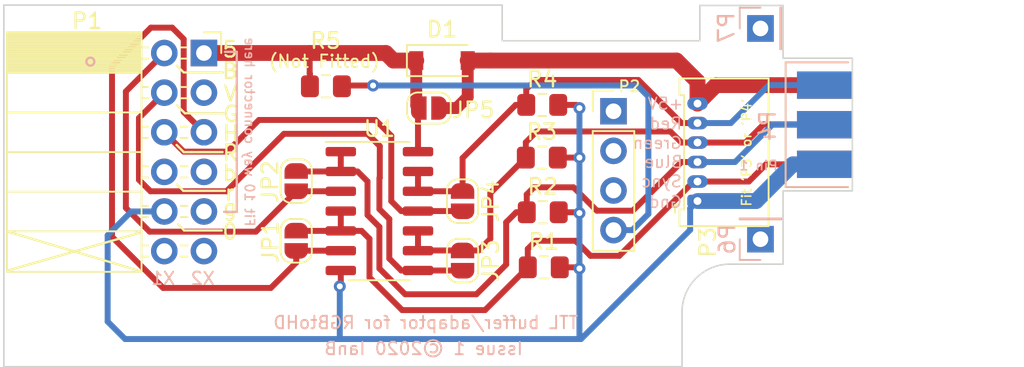
<source format=kicad_pcb>
(kicad_pcb (version 20171130) (host pcbnew "(5.1.4)-1")

  (general
    (thickness 1.6)
    (drawings 68)
    (tracks 185)
    (zones 0)
    (modules 19)
    (nets 24)
  )

  (page A4)
  (layers
    (0 F.Cu signal)
    (31 B.Cu signal)
    (34 B.Paste user hide)
    (35 F.Paste user hide)
    (36 B.SilkS user)
    (37 F.SilkS user)
    (38 B.Mask user hide)
    (39 F.Mask user hide)
    (40 Dwgs.User user hide)
    (41 Cmts.User user hide)
    (44 Edge.Cuts user)
    (45 Margin user hide)
    (46 B.CrtYd user hide)
    (47 F.CrtYd user hide)
    (48 B.Fab user hide)
    (49 F.Fab user hide)
  )

  (setup
    (last_trace_width 0.381)
    (user_trace_width 0.2032)
    (user_trace_width 0.381)
    (user_trace_width 0.635)
    (user_trace_width 0.762)
    (user_trace_width 0.889)
    (user_trace_width 1.016)
    (user_trace_width 1.143)
    (user_trace_width 1.27)
    (trace_clearance 0.2032)
    (zone_clearance 0.508)
    (zone_45_only yes)
    (trace_min 0.2032)
    (via_size 0.6604)
    (via_drill 0.3048)
    (via_min_size 0.6604)
    (via_min_drill 0.3048)
    (uvia_size 0.6096)
    (uvia_drill 0.3048)
    (uvias_allowed no)
    (uvia_min_size 0)
    (uvia_min_drill 0)
    (edge_width 0.1)
    (segment_width 0.2)
    (pcb_text_width 0.2)
    (pcb_text_size 1.25 1.25)
    (mod_edge_width 0.15)
    (mod_text_size 1 1)
    (mod_text_width 0.15)
    (pad_size 0.8 1.3)
    (pad_drill 0.5)
    (pad_to_mask_clearance 0.15)
    (solder_mask_min_width 0.26)
    (aux_axis_origin 12.502 54.50096)
    (grid_origin 45.002 28.00096)
    (visible_elements 7FFFFFFF)
    (pcbplotparams
      (layerselection 0x010f0_ffffffff)
      (usegerberextensions true)
      (usegerberattributes false)
      (usegerberadvancedattributes false)
      (creategerberjobfile false)
      (excludeedgelayer true)
      (linewidth 0.100000)
      (plotframeref false)
      (viasonmask false)
      (mode 1)
      (useauxorigin false)
      (hpglpennumber 1)
      (hpglpenspeed 20)
      (hpglpendiameter 15.000000)
      (psnegative false)
      (psa4output false)
      (plotreference true)
      (plotvalue false)
      (plotinvisibletext false)
      (padsonsilk false)
      (subtractmaskfromsilk false)
      (outputformat 1)
      (mirror false)
      (drillshape 0)
      (scaleselection 1)
      (outputdirectory "manufacturing/"))
  )

  (net 0 "")
  (net 1 /GND)
  (net 2 /SYNC)
  (net 3 /BLUE)
  (net 4 /GREEN)
  (net 5 /RED)
  (net 6 /BRED)
  (net 7 /BGREEN)
  (net 8 /BBLUE)
  (net 9 /VSYNC)
  (net 10 /ASYNC)
  (net 11 /ARED)
  (net 12 /AGREEN)
  (net 13 /ABLUE)
  (net 14 "Net-(P6-Pad1)")
  (net 15 /VCC)
  (net 16 /VCC_IN)
  (net 17 "Net-(P7-Pad1)")
  (net 18 /X2)
  (net 19 /X1)
  (net 20 "Net-(P2-Pad4)")
  (net 21 "Net-(P2-Pad3)")
  (net 22 "Net-(P2-Pad2)")
  (net 23 "Net-(P2-Pad1)")

  (net_class Default "This is the default net class."
    (clearance 0.2032)
    (trace_width 0.2032)
    (via_dia 0.6604)
    (via_drill 0.3048)
    (uvia_dia 0.6096)
    (uvia_drill 0.3048)
    (diff_pair_width 0.2032)
    (diff_pair_gap 0.25)
    (add_net /ABLUE)
    (add_net /AGREEN)
    (add_net /ARED)
    (add_net /ASYNC)
    (add_net /BBLUE)
    (add_net /BGREEN)
    (add_net /BLUE)
    (add_net /BRED)
    (add_net /GND)
    (add_net /GREEN)
    (add_net /RED)
    (add_net /SYNC)
    (add_net /VCC)
    (add_net /VCC_IN)
    (add_net /VSYNC)
    (add_net /X1)
    (add_net /X2)
    (add_net "Net-(P2-Pad1)")
    (add_net "Net-(P2-Pad2)")
    (add_net "Net-(P2-Pad3)")
    (add_net "Net-(P2-Pad4)")
    (add_net "Net-(P6-Pad1)")
    (add_net "Net-(P7-Pad1)")
  )

  (net_class Power ""
    (clearance 0.2032)
    (trace_width 0.381)
    (via_dia 0.762)
    (via_drill 0.381)
    (uvia_dia 0.6096)
    (uvia_drill 0.3048)
    (diff_pair_width 0.2032)
    (diff_pair_gap 0.25)
  )

  (module Package_SO:SOIC-14_3.9x8.7mm_P1.27mm (layer F.Cu) (tedit 5C97300E) (tstamp 5E57B40A)
    (at 51.606 44.51096)
    (descr "SOIC, 14 Pin (JEDEC MS-012AB, https://www.analog.com/media/en/package-pcb-resources/package/pkg_pdf/soic_narrow-r/r_14.pdf), generated with kicad-footprint-generator ipc_gullwing_generator.py")
    (tags "SOIC SO")
    (path /5E57B4E4)
    (attr smd)
    (fp_text reference U1 (at 0 -5.28) (layer F.SilkS)
      (effects (font (size 1 1) (thickness 0.15)))
    )
    (fp_text value 74LS08 (at 0 5.28) (layer F.Fab)
      (effects (font (size 1 1) (thickness 0.15)))
    )
    (fp_line (start 0 4.435) (end 1.95 4.435) (layer F.SilkS) (width 0.12))
    (fp_line (start 0 4.435) (end -1.95 4.435) (layer F.SilkS) (width 0.12))
    (fp_line (start 0 -4.435) (end 1.95 -4.435) (layer F.SilkS) (width 0.12))
    (fp_line (start 0 -4.435) (end -3.45 -4.435) (layer F.SilkS) (width 0.12))
    (fp_line (start -0.975 -4.325) (end 1.95 -4.325) (layer F.Fab) (width 0.1))
    (fp_line (start 1.95 -4.325) (end 1.95 4.325) (layer F.Fab) (width 0.1))
    (fp_line (start 1.95 4.325) (end -1.95 4.325) (layer F.Fab) (width 0.1))
    (fp_line (start -1.95 4.325) (end -1.95 -3.35) (layer F.Fab) (width 0.1))
    (fp_line (start -1.95 -3.35) (end -0.975 -4.325) (layer F.Fab) (width 0.1))
    (fp_line (start -3.7 -4.58) (end -3.7 4.58) (layer F.CrtYd) (width 0.05))
    (fp_line (start -3.7 4.58) (end 3.7 4.58) (layer F.CrtYd) (width 0.05))
    (fp_line (start 3.7 4.58) (end 3.7 -4.58) (layer F.CrtYd) (width 0.05))
    (fp_line (start 3.7 -4.58) (end -3.7 -4.58) (layer F.CrtYd) (width 0.05))
    (fp_text user %R (at 0 0) (layer F.Fab)
      (effects (font (size 0.98 0.98) (thickness 0.15)))
    )
    (pad 1 smd roundrect (at -2.475 -3.81) (size 1.95 0.6) (layers F.Cu F.Paste F.Mask) (roundrect_rratio 0.25)
      (net 13 /ABLUE))
    (pad 2 smd roundrect (at -2.475 -2.54) (size 1.95 0.6) (layers F.Cu F.Paste F.Mask) (roundrect_rratio 0.25)
      (net 13 /ABLUE))
    (pad 3 smd roundrect (at -2.475 -1.27) (size 1.95 0.6) (layers F.Cu F.Paste F.Mask) (roundrect_rratio 0.25)
      (net 3 /BLUE))
    (pad 4 smd roundrect (at -2.475 0) (size 1.95 0.6) (layers F.Cu F.Paste F.Mask) (roundrect_rratio 0.25)
      (net 10 /ASYNC))
    (pad 5 smd roundrect (at -2.475 1.27) (size 1.95 0.6) (layers F.Cu F.Paste F.Mask) (roundrect_rratio 0.25)
      (net 10 /ASYNC))
    (pad 6 smd roundrect (at -2.475 2.54) (size 1.95 0.6) (layers F.Cu F.Paste F.Mask) (roundrect_rratio 0.25)
      (net 2 /SYNC))
    (pad 7 smd roundrect (at -2.475 3.81) (size 1.95 0.6) (layers F.Cu F.Paste F.Mask) (roundrect_rratio 0.25)
      (net 1 /GND))
    (pad 8 smd roundrect (at 2.475 3.81) (size 1.95 0.6) (layers F.Cu F.Paste F.Mask) (roundrect_rratio 0.25)
      (net 4 /GREEN))
    (pad 9 smd roundrect (at 2.475 2.54) (size 1.95 0.6) (layers F.Cu F.Paste F.Mask) (roundrect_rratio 0.25)
      (net 12 /AGREEN))
    (pad 10 smd roundrect (at 2.475 1.27) (size 1.95 0.6) (layers F.Cu F.Paste F.Mask) (roundrect_rratio 0.25)
      (net 12 /AGREEN))
    (pad 11 smd roundrect (at 2.475 0) (size 1.95 0.6) (layers F.Cu F.Paste F.Mask) (roundrect_rratio 0.25)
      (net 5 /RED))
    (pad 12 smd roundrect (at 2.475 -1.27) (size 1.95 0.6) (layers F.Cu F.Paste F.Mask) (roundrect_rratio 0.25)
      (net 11 /ARED))
    (pad 13 smd roundrect (at 2.475 -2.54) (size 1.95 0.6) (layers F.Cu F.Paste F.Mask) (roundrect_rratio 0.25)
      (net 11 /ARED))
    (pad 14 smd roundrect (at 2.475 -3.81) (size 1.95 0.6) (layers F.Cu F.Paste F.Mask) (roundrect_rratio 0.25)
      (net 15 /VCC))
    (model ${KISYS3DMOD}/Package_SO.3dshapes/SOIC-14_3.9x8.7mm_P1.27mm.wrl
      (at (xyz 0 0 0))
      (scale (xyz 1 1 1))
      (rotate (xyz 0 0 0))
    )
  )

  (module Connector_Molex:Molex_PicoBlade_53048-0610_1x06_P1.25mm_Horizontal (layer F.Cu) (tedit 5E575303) (tstamp 5E57523D)
    (at 72.0022 43.86676 90)
    (descr "Molex PicoBlade Connector System, 53048-0610, 6 Pins per row (http://www.molex.com/pdm_docs/sd/530480210_sd.pdf), generated with kicad-footprint-generator")
    (tags "connector Molex PicoBlade top entry")
    (path /5E3F9F6C)
    (fp_text reference P3 (at -2.6508 0.6604 90) (layer F.SilkS)
      (effects (font (size 1 1) (thickness 0.15)))
    )
    (fp_text value Conn_01x06 (at 3.12 5.65 90) (layer F.Fab)
      (effects (font (size 1 1) (thickness 0.15)))
    )
    (fp_text user %R (at 3.12 3.75 90) (layer F.Fab)
      (effects (font (size 1 1) (thickness 0.15)))
    )
    (fp_line (start 7.86 4.56) (end 3.125 4.56) (layer F.SilkS) (width 0.12))
    (fp_line (start 7.86 -1.16) (end 7.86 4.56) (layer F.SilkS) (width 0.12))
    (fp_line (start 6.79 -1.16) (end 7.86 -1.16) (layer F.SilkS) (width 0.12))
    (fp_line (start 6.79 -0.86) (end 6.79 -1.16) (layer F.SilkS) (width 0.12))
    (fp_line (start 3.125 -0.86) (end 6.79 -0.86) (layer F.SilkS) (width 0.12))
    (fp_line (start -1.61 4.56) (end 3.125 4.56) (layer F.SilkS) (width 0.12))
    (fp_line (start -1.61 -1.16) (end -1.61 4.56) (layer F.SilkS) (width 0.12))
    (fp_line (start -0.54 -1.16) (end -1.61 -1.16) (layer F.SilkS) (width 0.12))
    (fp_line (start -0.54 -0.86) (end -0.54 -1.16) (layer F.SilkS) (width 0.12))
    (fp_line (start 3.125 -0.86) (end -0.54 -0.86) (layer F.SilkS) (width 0.12))
    (fp_line (start 7.75 4.45) (end 3.125 4.45) (layer F.Fab) (width 0.1))
    (fp_line (start 7.75 -1.05) (end 7.75 4.45) (layer F.Fab) (width 0.1))
    (fp_line (start 6.9 -1.05) (end 7.75 -1.05) (layer F.Fab) (width 0.1))
    (fp_line (start 6.9 -0.75) (end 6.9 -1.05) (layer F.Fab) (width 0.1))
    (fp_line (start 3.125 -0.75) (end 6.9 -0.75) (layer F.Fab) (width 0.1))
    (fp_line (start -1.5 4.45) (end 3.125 4.45) (layer F.Fab) (width 0.1))
    (fp_line (start -1.5 -1.05) (end -1.5 4.45) (layer F.Fab) (width 0.1))
    (fp_line (start -0.65 -1.05) (end -1.5 -1.05) (layer F.Fab) (width 0.1))
    (fp_line (start -0.65 -0.75) (end -0.65 -1.05) (layer F.Fab) (width 0.1))
    (fp_line (start 3.125 -0.75) (end -0.65 -0.75) (layer F.Fab) (width 0.1))
    (fp_line (start 8.25 4.95) (end 3.13 4.95) (layer F.CrtYd) (width 0.05))
    (fp_line (start 8.25 -1.55) (end 8.25 4.95) (layer F.CrtYd) (width 0.05))
    (fp_line (start 6.4 -1.55) (end 8.25 -1.55) (layer F.CrtYd) (width 0.05))
    (fp_line (start 6.4 -1.25) (end 6.4 -1.55) (layer F.CrtYd) (width 0.05))
    (fp_line (start 3.13 -1.25) (end 6.4 -1.25) (layer F.CrtYd) (width 0.05))
    (fp_line (start -2 4.95) (end 3.12 4.95) (layer F.CrtYd) (width 0.05))
    (fp_line (start -2 -1.55) (end -2 4.95) (layer F.CrtYd) (width 0.05))
    (fp_line (start -0.15 -1.55) (end -2 -1.55) (layer F.CrtYd) (width 0.05))
    (fp_line (start -0.15 -1.25) (end -0.15 -1.55) (layer F.CrtYd) (width 0.05))
    (fp_line (start 3.12 -1.25) (end -0.15 -1.25) (layer F.CrtYd) (width 0.05))
    (fp_line (start 0 -0.042893) (end 0.5 -0.75) (layer F.Fab) (width 0.1))
    (fp_line (start -0.5 -0.75) (end 0 -0.042893) (layer F.Fab) (width 0.1))
    (fp_line (start -0.25 -1.45) (end -0.75 -1.45) (layer F.SilkS) (width 0.12))
    (fp_line (start -0.25 -1.15) (end -0.25 -1.45) (layer F.SilkS) (width 0.12))
    (pad 6 thru_hole oval (at 6.25 0 90) (size 0.8 1.3) (drill 0.5) (layers *.Cu *.Mask)
      (net 16 /VCC_IN))
    (pad 5 thru_hole oval (at 5 0 90) (size 0.8 1.3) (drill 0.5) (layers *.Cu *.Mask)
      (net 11 /ARED))
    (pad 4 thru_hole oval (at 3.75 0 90) (size 0.8 1.3) (drill 0.5) (layers *.Cu *.Mask)
      (net 12 /AGREEN))
    (pad 3 thru_hole oval (at 2.5 0 90) (size 0.8 1.3) (drill 0.5) (layers *.Cu *.Mask)
      (net 13 /ABLUE))
    (pad 2 thru_hole oval (at 1.25 0 90) (size 0.8 1.3) (drill 0.5) (layers *.Cu *.Mask)
      (net 10 /ASYNC))
    (pad 1 thru_hole roundrect (at 0 0 90) (size 0.8 1.3) (drill 0.5) (layers *.Cu *.Mask) (roundrect_rratio 0.25)
      (net 1 /GND) (zone_connect 2))
    (model ${KISYS3DMOD}/Connector_Molex.3dshapes/Molex_PicoBlade_53048-0610_1x06_P1.25mm_Horizontal.wrl
      (at (xyz 0 0 0))
      (scale (xyz 1 1 1))
      (rotate (xyz 0 0 0))
    )
  )

  (module Connector_PinHeader_2.54mm:PinHeader_1x04_P2.54mm_Vertical locked (layer F.Cu) (tedit 59FED5CC) (tstamp 5DCC4DD0)
    (at 66.6174 38.11016)
    (descr "Through hole straight pin header, 1x04, 2.54mm pitch, single row")
    (tags "Through hole pin header THT 1x04 2.54mm single row")
    (path /5DCFA861)
    (fp_text reference P2 (at 1.016 -1.6002) (layer F.SilkS)
      (effects (font (size 0.7 0.7) (thickness 0.12)))
    )
    (fp_text value Conn_01x04 (at 0 9.95) (layer F.Fab)
      (effects (font (size 1 1) (thickness 0.15)))
    )
    (fp_text user %R (at 0 3.81 90) (layer F.Fab)
      (effects (font (size 1 1) (thickness 0.15)))
    )
    (fp_line (start 1.8 -1.8) (end -1.8 -1.8) (layer F.CrtYd) (width 0.05))
    (fp_line (start 1.8 9.4) (end 1.8 -1.8) (layer F.CrtYd) (width 0.05))
    (fp_line (start -1.8 9.4) (end 1.8 9.4) (layer F.CrtYd) (width 0.05))
    (fp_line (start -1.8 -1.8) (end -1.8 9.4) (layer F.CrtYd) (width 0.05))
    (fp_line (start -1.33 -1.33) (end 0 -1.33) (layer F.SilkS) (width 0.12))
    (fp_line (start -1.33 0) (end -1.33 -1.33) (layer F.SilkS) (width 0.12))
    (fp_line (start -1.33 1.27) (end 1.33 1.27) (layer F.SilkS) (width 0.12))
    (fp_line (start 1.33 1.27) (end 1.33 8.95) (layer F.SilkS) (width 0.12))
    (fp_line (start -1.33 1.27) (end -1.33 8.95) (layer F.SilkS) (width 0.12))
    (fp_line (start -1.33 8.95) (end 1.33 8.95) (layer F.SilkS) (width 0.12))
    (fp_line (start -1.27 -0.635) (end -0.635 -1.27) (layer F.Fab) (width 0.1))
    (fp_line (start -1.27 8.89) (end -1.27 -0.635) (layer F.Fab) (width 0.1))
    (fp_line (start 1.27 8.89) (end -1.27 8.89) (layer F.Fab) (width 0.1))
    (fp_line (start 1.27 -1.27) (end 1.27 8.89) (layer F.Fab) (width 0.1))
    (fp_line (start -0.635 -1.27) (end 1.27 -1.27) (layer F.Fab) (width 0.1))
    (pad 4 thru_hole oval (at 0 7.62) (size 1.7 1.7) (drill 1) (layers *.Cu *.Mask)
      (net 20 "Net-(P2-Pad4)"))
    (pad 3 thru_hole oval (at 0 5.08) (size 1.7 1.7) (drill 1) (layers *.Cu *.Mask)
      (net 21 "Net-(P2-Pad3)"))
    (pad 2 thru_hole oval (at 0 2.54) (size 1.7 1.7) (drill 1) (layers *.Cu *.Mask)
      (net 22 "Net-(P2-Pad2)"))
    (pad 1 thru_hole rect (at 0 0) (size 1.7 1.7) (drill 1) (layers *.Cu *.Mask)
      (net 23 "Net-(P2-Pad1)"))
    (model ${KISYS3DMOD}/Connector_PinHeader_2.54mm.3dshapes/PinHeader_1x04_P2.54mm_Vertical.wrl
      (at (xyz 0 0 0))
      (scale (xyz 1 1 1))
      (rotate (xyz 0 0 0))
    )
  )

  (module Connector_PinHeader_2.54mm:PinHeader_1x01_P2.54mm_Vertical (layer B.Cu) (tedit 59FED5CC) (tstamp 5DCB85A9)
    (at 76.0408 46.31436)
    (descr "Through hole straight pin header, 1x01, 2.54mm pitch, single row")
    (tags "Through hole pin header THT 1x01 2.54mm single row")
    (path /5DD07D72)
    (fp_text reference P6 (at -2.1336 0 90) (layer B.SilkS)
      (effects (font (size 1 1) (thickness 0.15)) (justify mirror))
    )
    (fp_text value Conn_01x01 (at 0 -2.33) (layer B.Fab)
      (effects (font (size 1 1) (thickness 0.15)) (justify mirror))
    )
    (fp_line (start -0.635 1.27) (end 1.27 1.27) (layer B.Fab) (width 0.1))
    (fp_line (start 1.27 1.27) (end 1.27 -1.27) (layer B.Fab) (width 0.1))
    (fp_line (start 1.27 -1.27) (end -1.27 -1.27) (layer B.Fab) (width 0.1))
    (fp_line (start -1.27 -1.27) (end -1.27 0.635) (layer B.Fab) (width 0.1))
    (fp_line (start -1.27 0.635) (end -0.635 1.27) (layer B.Fab) (width 0.1))
    (fp_line (start -1.33 -1.33) (end 1.33 -1.33) (layer B.SilkS) (width 0.12))
    (fp_line (start -1.33 -1.27) (end -1.33 -1.33) (layer B.SilkS) (width 0.12))
    (fp_line (start 1.33 -1.27) (end 1.33 -1.33) (layer B.SilkS) (width 0.12))
    (fp_line (start -1.33 -1.27) (end 1.33 -1.27) (layer B.SilkS) (width 0.12))
    (fp_line (start -1.33 0) (end -1.33 1.33) (layer B.SilkS) (width 0.12))
    (fp_line (start -1.33 1.33) (end 0 1.33) (layer B.SilkS) (width 0.12))
    (fp_line (start -1.8 1.8) (end -1.8 -1.8) (layer B.CrtYd) (width 0.05))
    (fp_line (start -1.8 -1.8) (end 1.8 -1.8) (layer B.CrtYd) (width 0.05))
    (fp_line (start 1.8 -1.8) (end 1.8 1.8) (layer B.CrtYd) (width 0.05))
    (fp_line (start 1.8 1.8) (end -1.8 1.8) (layer B.CrtYd) (width 0.05))
    (fp_text user %R (at 0 0 270) (layer B.Fab)
      (effects (font (size 1 1) (thickness 0.15)) (justify mirror))
    )
    (pad 1 thru_hole rect (at 0 0) (size 1.7 1.7) (drill 1) (layers *.Cu *.Mask)
      (net 14 "Net-(P6-Pad1)"))
    (model ${KISYS3DMOD}/Connector_PinHeader_2.54mm.3dshapes/PinHeader_1x01_P2.54mm_Vertical.wrl
      (at (xyz 0 0 0))
      (scale (xyz 1 1 1))
      (rotate (xyz 0 0 0))
    )
  )

  (module Connector_PinSocket_2.54mm:PinSocket_2x06_P2.54mm_Horizontal locked (layer F.Cu) (tedit 5A19A42C) (tstamp 5E4F1D96)
    (at 40.3538 34.37636)
    (descr "Through hole angled socket strip, 2x06, 2.54mm pitch, 8.51mm socket length, double cols (from Kicad 4.0.7), script generated")
    (tags "Through hole angled socket strip THT 2x06 2.54mm double row")
    (path /5E50C60D)
    (zone_connect 2)
    (fp_text reference P1 (at -7.493 -2.0574) (layer F.SilkS)
      (effects (font (size 1 1) (thickness 0.15)))
    )
    (fp_text value Conn_02x06_Odd_Even (at -5.65 15.47) (layer F.Fab)
      (effects (font (size 1 1) (thickness 0.15)))
    )
    (fp_line (start -12.57 -1.27) (end -5.03 -1.27) (layer F.Fab) (width 0.1))
    (fp_line (start -5.03 -1.27) (end -4.06 -0.3) (layer F.Fab) (width 0.1))
    (fp_line (start -4.06 -0.3) (end -4.06 13.97) (layer F.Fab) (width 0.1))
    (fp_line (start -4.06 13.97) (end -12.57 13.97) (layer F.Fab) (width 0.1))
    (fp_line (start -12.57 13.97) (end -12.57 -1.27) (layer F.Fab) (width 0.1))
    (fp_line (start 0 -0.3) (end -4.06 -0.3) (layer F.Fab) (width 0.1))
    (fp_line (start -4.06 0.3) (end 0 0.3) (layer F.Fab) (width 0.1))
    (fp_line (start 0 0.3) (end 0 -0.3) (layer F.Fab) (width 0.1))
    (fp_line (start 0 2.24) (end -4.06 2.24) (layer F.Fab) (width 0.1))
    (fp_line (start -4.06 2.84) (end 0 2.84) (layer F.Fab) (width 0.1))
    (fp_line (start 0 2.84) (end 0 2.24) (layer F.Fab) (width 0.1))
    (fp_line (start 0 4.78) (end -4.06 4.78) (layer F.Fab) (width 0.1))
    (fp_line (start -4.06 5.38) (end 0 5.38) (layer F.Fab) (width 0.1))
    (fp_line (start 0 5.38) (end 0 4.78) (layer F.Fab) (width 0.1))
    (fp_line (start 0 7.32) (end -4.06 7.32) (layer F.Fab) (width 0.1))
    (fp_line (start -4.06 7.92) (end 0 7.92) (layer F.Fab) (width 0.1))
    (fp_line (start 0 7.92) (end 0 7.32) (layer F.Fab) (width 0.1))
    (fp_line (start 0 9.86) (end -4.06 9.86) (layer F.Fab) (width 0.1))
    (fp_line (start -4.06 10.46) (end 0 10.46) (layer F.Fab) (width 0.1))
    (fp_line (start 0 10.46) (end 0 9.86) (layer F.Fab) (width 0.1))
    (fp_line (start 0 12.4) (end -4.06 12.4) (layer F.Fab) (width 0.1))
    (fp_line (start -4.06 13) (end 0 13) (layer F.Fab) (width 0.1))
    (fp_line (start 0 13) (end 0 12.4) (layer F.Fab) (width 0.1))
    (fp_line (start -12.63 -1.21) (end -4 -1.21) (layer F.SilkS) (width 0.12))
    (fp_line (start -12.63 -1.091905) (end -4 -1.091905) (layer F.SilkS) (width 0.12))
    (fp_line (start -12.63 -0.97381) (end -4 -0.97381) (layer F.SilkS) (width 0.12))
    (fp_line (start -12.63 -0.855715) (end -4 -0.855715) (layer F.SilkS) (width 0.12))
    (fp_line (start -12.63 -0.73762) (end -4 -0.73762) (layer F.SilkS) (width 0.12))
    (fp_line (start -12.63 -0.619525) (end -4 -0.619525) (layer F.SilkS) (width 0.12))
    (fp_line (start -12.63 -0.50143) (end -4 -0.50143) (layer F.SilkS) (width 0.12))
    (fp_line (start -12.63 -0.383335) (end -4 -0.383335) (layer F.SilkS) (width 0.12))
    (fp_line (start -12.63 -0.26524) (end -4 -0.26524) (layer F.SilkS) (width 0.12))
    (fp_line (start -12.63 -0.147145) (end -4 -0.147145) (layer F.SilkS) (width 0.12))
    (fp_line (start -12.63 -0.02905) (end -4 -0.02905) (layer F.SilkS) (width 0.12))
    (fp_line (start -12.63 0.089045) (end -4 0.089045) (layer F.SilkS) (width 0.12))
    (fp_line (start -12.63 0.20714) (end -4 0.20714) (layer F.SilkS) (width 0.12))
    (fp_line (start -12.63 0.325235) (end -4 0.325235) (layer F.SilkS) (width 0.12))
    (fp_line (start -12.63 0.44333) (end -4 0.44333) (layer F.SilkS) (width 0.12))
    (fp_line (start -12.63 0.561425) (end -4 0.561425) (layer F.SilkS) (width 0.12))
    (fp_line (start -12.63 0.67952) (end -4 0.67952) (layer F.SilkS) (width 0.12))
    (fp_line (start -12.63 0.797615) (end -4 0.797615) (layer F.SilkS) (width 0.12))
    (fp_line (start -12.63 0.91571) (end -4 0.91571) (layer F.SilkS) (width 0.12))
    (fp_line (start -12.63 1.033805) (end -4 1.033805) (layer F.SilkS) (width 0.12))
    (fp_line (start -12.63 1.1519) (end -4 1.1519) (layer F.SilkS) (width 0.12))
    (fp_line (start -4 -0.36) (end -3.59 -0.36) (layer F.SilkS) (width 0.12))
    (fp_line (start -1.49 -0.36) (end -1.11 -0.36) (layer F.SilkS) (width 0.12))
    (fp_line (start -4 0.36) (end -3.59 0.36) (layer F.SilkS) (width 0.12))
    (fp_line (start -1.49 0.36) (end -1.11 0.36) (layer F.SilkS) (width 0.12))
    (fp_line (start -4 2.18) (end -3.59 2.18) (layer F.SilkS) (width 0.12))
    (fp_line (start -1.49 2.18) (end -1.05 2.18) (layer F.SilkS) (width 0.12))
    (fp_line (start -4 2.9) (end -3.59 2.9) (layer F.SilkS) (width 0.12))
    (fp_line (start -1.49 2.9) (end -1.05 2.9) (layer F.SilkS) (width 0.12))
    (fp_line (start -4 4.72) (end -3.59 4.72) (layer F.SilkS) (width 0.12))
    (fp_line (start -1.49 4.72) (end -1.05 4.72) (layer F.SilkS) (width 0.12))
    (fp_line (start -4 5.44) (end -3.59 5.44) (layer F.SilkS) (width 0.12))
    (fp_line (start -1.49 5.44) (end -1.05 5.44) (layer F.SilkS) (width 0.12))
    (fp_line (start -4 7.26) (end -3.59 7.26) (layer F.SilkS) (width 0.12))
    (fp_line (start -1.49 7.26) (end -1.05 7.26) (layer F.SilkS) (width 0.12))
    (fp_line (start -4 7.98) (end -3.59 7.98) (layer F.SilkS) (width 0.12))
    (fp_line (start -1.49 7.98) (end -1.05 7.98) (layer F.SilkS) (width 0.12))
    (fp_line (start -4 9.8) (end -3.59 9.8) (layer F.SilkS) (width 0.12))
    (fp_line (start -1.49 9.8) (end -1.05 9.8) (layer F.SilkS) (width 0.12))
    (fp_line (start -4 10.52) (end -3.59 10.52) (layer F.SilkS) (width 0.12))
    (fp_line (start -1.49 10.52) (end -1.05 10.52) (layer F.SilkS) (width 0.12))
    (fp_line (start -4 12.34) (end -3.59 12.34) (layer F.SilkS) (width 0.12))
    (fp_line (start -1.49 12.34) (end -1.05 12.34) (layer F.SilkS) (width 0.12))
    (fp_line (start -4 13.06) (end -3.59 13.06) (layer F.SilkS) (width 0.12))
    (fp_line (start -1.49 13.06) (end -1.05 13.06) (layer F.SilkS) (width 0.12))
    (fp_line (start -12.63 1.27) (end -4 1.27) (layer F.SilkS) (width 0.12))
    (fp_line (start -12.63 3.81) (end -4 3.81) (layer F.SilkS) (width 0.12))
    (fp_line (start -12.63 6.35) (end -4 6.35) (layer F.SilkS) (width 0.12))
    (fp_line (start -12.63 8.89) (end -4 8.89) (layer F.SilkS) (width 0.12))
    (fp_line (start -12.63 11.43) (end -4 11.43) (layer F.SilkS) (width 0.12))
    (fp_line (start -12.63 -1.33) (end -4 -1.33) (layer F.SilkS) (width 0.12))
    (fp_line (start -4 -1.33) (end -4 14.03) (layer F.SilkS) (width 0.12))
    (fp_line (start -12.63 14.03) (end -4 14.03) (layer F.SilkS) (width 0.12))
    (fp_line (start -12.63 -1.33) (end -12.63 14.03) (layer F.SilkS) (width 0.12))
    (fp_line (start 1.11 -1.33) (end 1.11 0) (layer F.SilkS) (width 0.12))
    (fp_line (start 0 -1.33) (end 1.11 -1.33) (layer F.SilkS) (width 0.12))
    (fp_line (start 1.8 -1.8) (end -13.05 -1.8) (layer F.CrtYd) (width 0.05))
    (fp_line (start -13.05 -1.8) (end -13.05 14.45) (layer F.CrtYd) (width 0.05))
    (fp_line (start -13.05 14.45) (end 1.8 14.45) (layer F.CrtYd) (width 0.05))
    (fp_line (start 1.8 14.45) (end 1.8 -1.8) (layer F.CrtYd) (width 0.05))
    (fp_text user %R (at -8.315 6.35 90) (layer F.Fab)
      (effects (font (size 1 1) (thickness 0.15)))
    )
    (pad 1 thru_hole rect (at 0 0) (size 1.7 1.7) (drill 1) (layers *.Cu *.Mask)
      (net 15 /VCC) (zone_connect 2))
    (pad 2 thru_hole oval (at -2.54 0) (size 1.7 1.7) (drill 1) (layers *.Cu *.Mask)
      (net 3 /BLUE) (zone_connect 2))
    (pad 3 thru_hole oval (at 0 2.54) (size 1.7 1.7) (drill 1) (layers *.Cu *.Mask)
      (net 9 /VSYNC) (zone_connect 2))
    (pad 4 thru_hole oval (at -2.54 2.54) (size 1.7 1.7) (drill 1) (layers *.Cu *.Mask)
      (net 4 /GREEN) (zone_connect 2))
    (pad 5 thru_hole oval (at 0 5.08) (size 1.7 1.7) (drill 1) (layers *.Cu *.Mask)
      (net 2 /SYNC) (zone_connect 2))
    (pad 6 thru_hole oval (at -2.54 5.08) (size 1.7 1.7) (drill 1) (layers *.Cu *.Mask)
      (net 5 /RED) (zone_connect 2))
    (pad 7 thru_hole oval (at 0 7.62) (size 1.7 1.7) (drill 1) (layers *.Cu *.Mask)
      (net 8 /BBLUE) (zone_connect 2))
    (pad 8 thru_hole oval (at -2.54 7.62) (size 1.7 1.7) (drill 1) (layers *.Cu *.Mask)
      (net 6 /BRED) (zone_connect 2))
    (pad 9 thru_hole oval (at 0 10.16) (size 1.7 1.7) (drill 1) (layers *.Cu *.Mask)
      (net 7 /BGREEN) (zone_connect 2))
    (pad 10 thru_hole oval (at -2.54 10.16) (size 1.7 1.7) (drill 1) (layers *.Cu *.Mask)
      (net 1 /GND) (zone_connect 2))
    (pad 11 thru_hole oval (at 0 12.7) (size 1.7 1.7) (drill 1) (layers *.Cu *.Mask)
      (net 18 /X2) (zone_connect 2))
    (pad 12 thru_hole oval (at -2.54 12.7) (size 1.7 1.7) (drill 1) (layers *.Cu *.Mask)
      (net 19 /X1) (zone_connect 2))
    (model ${KISYS3DMOD}/Connector_PinSocket_2.54mm.3dshapes/PinSocket_2x06_P2.54mm_Horizontal.wrl
      (at (xyz 0 0 0))
      (scale (xyz 1 1 1))
      (rotate (xyz 0 0 0))
    )
  )

  (module Connector_PinHeader_2.54mm:PinHeader_1x01_P2.54mm_Vertical (layer B.Cu) (tedit 59FED5CC) (tstamp 5E575828)
    (at 76.0408 32.80156 270)
    (descr "Through hole straight pin header, 1x01, 2.54mm pitch, single row")
    (tags "Through hole pin header THT 1x01 2.54mm single row")
    (path /5E6322BC)
    (fp_text reference P7 (at -0.0508 2.1844 270) (layer B.SilkS)
      (effects (font (size 1 1) (thickness 0.15)) (justify mirror))
    )
    (fp_text value Conn_01x01 (at 0 -2.33 90) (layer B.Fab)
      (effects (font (size 1 1) (thickness 0.15)) (justify mirror))
    )
    (fp_line (start -0.635 1.27) (end 1.27 1.27) (layer B.Fab) (width 0.1))
    (fp_line (start 1.27 1.27) (end 1.27 -1.27) (layer B.Fab) (width 0.1))
    (fp_line (start 1.27 -1.27) (end -1.27 -1.27) (layer B.Fab) (width 0.1))
    (fp_line (start -1.27 -1.27) (end -1.27 0.635) (layer B.Fab) (width 0.1))
    (fp_line (start -1.27 0.635) (end -0.635 1.27) (layer B.Fab) (width 0.1))
    (fp_line (start -1.33 -1.33) (end 1.33 -1.33) (layer B.SilkS) (width 0.12))
    (fp_line (start -1.33 -1.27) (end -1.33 -1.33) (layer B.SilkS) (width 0.12))
    (fp_line (start 1.33 -1.27) (end 1.33 -1.33) (layer B.SilkS) (width 0.12))
    (fp_line (start -1.33 -1.27) (end 1.33 -1.27) (layer B.SilkS) (width 0.12))
    (fp_line (start -1.33 0) (end -1.33 1.33) (layer B.SilkS) (width 0.12))
    (fp_line (start -1.33 1.33) (end 0 1.33) (layer B.SilkS) (width 0.12))
    (fp_line (start -1.8 1.8) (end -1.8 -1.8) (layer B.CrtYd) (width 0.05))
    (fp_line (start -1.8 -1.8) (end 1.8 -1.8) (layer B.CrtYd) (width 0.05))
    (fp_line (start 1.8 -1.8) (end 1.8 1.8) (layer B.CrtYd) (width 0.05))
    (fp_line (start 1.8 1.8) (end -1.8 1.8) (layer B.CrtYd) (width 0.05))
    (fp_text user %R (at 0 0 180) (layer B.Fab)
      (effects (font (size 1 1) (thickness 0.15)) (justify mirror))
    )
    (pad 1 thru_hole rect (at 0 0 270) (size 1.7 1.7) (drill 1) (layers *.Cu *.Mask)
      (net 17 "Net-(P7-Pad1)"))
    (model ${KISYS3DMOD}/Connector_PinHeader_2.54mm.3dshapes/PinHeader_1x01_P2.54mm_Vertical.wrl
      (at (xyz 0 0 0))
      (scale (xyz 1 1 1))
      (rotate (xyz 0 0 0))
    )
  )

  (module Connector_Harwin:Harwin_M20-89003xx_1x03_P2.54mm_Horizontal_Custom_EVEN (layer F.Cu) (tedit 5E5728AF) (tstamp 5E572DBE)
    (at 85.6552 38.97376)
    (descr "Harwin Male Horizontal Surface Mount Single Row 2.54mm (0.1 inch) Pitch PCB Connector, M20-89003xx, 3 Pins per row (https://cdn.harwin.com/pdfs/M20-890.pdf), generated with kicad-footprint-generator")
    (tags "connector Harwin M20-890 horizontal")
    (path /5E57FB0D)
    (attr virtual)
    (fp_text reference P5 (at -9.589 -4.2418) (layer F.SilkS) hide
      (effects (font (size 1 1) (thickness 0.15)))
    )
    (fp_text value Conn_01x03_EVEN (at -0.48 5.01) (layer F.Fab)
      (effects (font (size 1 1) (thickness 0.15)))
    )
    (fp_line (start -1.725 -2.86) (end -6.425 -2.86) (layer F.Fab) (width 0.1))
    (fp_line (start -6.425 -2.86) (end -6.425 -2.22) (layer F.Fab) (width 0.1))
    (fp_line (start -6.425 -2.22) (end -1.725 -2.22) (layer F.Fab) (width 0.1))
    (fp_line (start -1.725 -0.32) (end -6.425 -0.32) (layer F.Fab) (width 0.1))
    (fp_line (start -6.425 -0.32) (end -6.425 0.32) (layer F.Fab) (width 0.1))
    (fp_line (start -6.425 0.32) (end -1.725 0.32) (layer F.Fab) (width 0.1))
    (fp_line (start -1.725 2.22) (end -6.425 2.22) (layer F.Fab) (width 0.1))
    (fp_line (start -6.425 2.22) (end -6.425 2.86) (layer F.Fab) (width 0.1))
    (fp_line (start -6.425 2.86) (end -1.725 2.86) (layer F.Fab) (width 0.1))
    (fp_line (start -1.725 -3.41) (end -1.325 -3.81) (layer F.Fab) (width 0.1))
    (fp_line (start -1.325 -3.81) (end 0.775 -3.81) (layer F.Fab) (width 0.1))
    (fp_line (start 0.775 -3.81) (end 0.775 3.81) (layer F.Fab) (width 0.1))
    (fp_line (start 0.775 3.81) (end -1.725 3.81) (layer F.Fab) (width 0.1))
    (fp_line (start -1.725 3.81) (end -1.725 -3.41) (layer F.Fab) (width 0.1))
    (fp_line (start -7.28 -4.31) (end 7.28 -4.31) (layer F.CrtYd) (width 0.05))
    (fp_line (start 7.28 -4.31) (end 7.28 4.31) (layer F.CrtYd) (width 0.05))
    (fp_line (start 7.28 4.31) (end -7.28 4.31) (layer F.CrtYd) (width 0.05))
    (fp_line (start -7.28 4.31) (end -7.28 -4.31) (layer F.CrtYd) (width 0.05))
    (fp_text user %R (at -0.48 0 90) (layer F.Fab)
      (effects (font (size 1 1) (thickness 0.15)))
    )
    (fp_line (start -4 -4) (end -8 -4) (layer F.SilkS) (width 0.12))
    (fp_line (start -8 -4) (end -8 4) (layer F.SilkS) (width 0.12))
    (fp_line (start -8 4) (end -4 4) (layer F.SilkS) (width 0.12))
    (pad 6 connect rect (at -5.525 -2.54) (size 3.5 1.75) (layers F.Cu F.Mask)
      (net 16 /VCC_IN))
    (pad 4 connect rect (at -5.525 0) (size 3.5 1.75) (layers F.Cu F.Mask)
      (net 12 /AGREEN))
    (pad 2 connect rect (at -5.525 2.54) (size 3.5 1.75) (layers F.Cu F.Mask)
      (net 10 /ASYNC))
    (model ${KISYS3DMOD}/Connector_Harwin.3dshapes/Harwin_M20-89003xx_1x03_P2.54mm_Horizontal.wrl
      (at (xyz 0 0 0))
      (scale (xyz 1 1 1))
      (rotate (xyz 0 0 0))
    )
  )

  (module Connector_Harwin:Harwin_M20-89003xx_1x03_P2.54mm_Horizontal_Custom_ODD (layer B.Cu) (tedit 5E572864) (tstamp 5E573FA8)
    (at 85.6552 38.97376)
    (descr "Harwin Male Horizontal Surface Mount Single Row 2.54mm (0.1 inch) Pitch PCB Connector, M20-89003xx, 3 Pins per row (https://cdn.harwin.com/pdfs/M20-890.pdf), generated with kicad-footprint-generator")
    (tags "connector Harwin M20-890 horizontal")
    (path /5E580E6E)
    (zone_connect 2)
    (attr virtual)
    (fp_text reference P4 (at -9.1572 0.0762 90) (layer B.SilkS)
      (effects (font (size 1 1) (thickness 0.15)) (justify mirror))
    )
    (fp_text value Conn_01x03_ODD (at -0.48 -5.01) (layer B.Fab)
      (effects (font (size 1 1) (thickness 0.15)) (justify mirror))
    )
    (fp_line (start -1.725 2.86) (end -6.425 2.86) (layer B.Fab) (width 0.1))
    (fp_line (start -6.425 2.86) (end -6.425 2.22) (layer B.Fab) (width 0.1))
    (fp_line (start -6.425 2.22) (end -1.725 2.22) (layer B.Fab) (width 0.1))
    (fp_line (start -1.725 0.32) (end -6.425 0.32) (layer B.Fab) (width 0.1))
    (fp_line (start -6.425 0.32) (end -6.425 -0.32) (layer B.Fab) (width 0.1))
    (fp_line (start -6.425 -0.32) (end -1.725 -0.32) (layer B.Fab) (width 0.1))
    (fp_line (start -1.725 -2.22) (end -6.425 -2.22) (layer B.Fab) (width 0.1))
    (fp_line (start -6.425 -2.22) (end -6.425 -2.86) (layer B.Fab) (width 0.1))
    (fp_line (start -6.425 -2.86) (end -1.725 -2.86) (layer B.Fab) (width 0.1))
    (fp_line (start -1.725 3.41) (end -1.325 3.81) (layer B.Fab) (width 0.1))
    (fp_line (start -1.325 3.81) (end 0.775 3.81) (layer B.Fab) (width 0.1))
    (fp_line (start 0.775 3.81) (end 0.775 -3.81) (layer B.Fab) (width 0.1))
    (fp_line (start 0.775 -3.81) (end -1.725 -3.81) (layer B.Fab) (width 0.1))
    (fp_line (start -1.725 -3.81) (end -1.725 3.41) (layer B.Fab) (width 0.1))
    (fp_line (start -7.28 4.31) (end 7.28 4.31) (layer B.CrtYd) (width 0.05))
    (fp_line (start 7.28 4.31) (end 7.28 -4.31) (layer B.CrtYd) (width 0.05))
    (fp_line (start 7.28 -4.31) (end -7.28 -4.31) (layer B.CrtYd) (width 0.05))
    (fp_line (start -7.28 -4.31) (end -7.28 4.31) (layer B.CrtYd) (width 0.05))
    (fp_text user %R (at -0.48 0 -90) (layer B.Fab)
      (effects (font (size 1 1) (thickness 0.15)) (justify mirror))
    )
    (fp_line (start -4 4) (end -8 4) (layer B.SilkS) (width 0.12))
    (fp_line (start -8 4) (end -8 -4) (layer B.SilkS) (width 0.12))
    (fp_line (start -8 -4) (end -4 -4) (layer B.SilkS) (width 0.12))
    (pad 1 connect rect (at -5.525 2.54) (size 3.5 1.75) (layers B.Cu B.Mask)
      (net 1 /GND) (zone_connect 2))
    (pad 3 connect rect (at -5.525 0) (size 3.5 1.75) (layers B.Cu B.Mask)
      (net 13 /ABLUE) (zone_connect 2))
    (pad 5 connect rect (at -5.525 -2.54) (size 3.5 1.75) (layers B.Cu B.Mask)
      (net 11 /ARED) (zone_connect 2))
    (model ${KISYS3DMOD}/Connector_Harwin.3dshapes/Harwin_M20-89003xx_1x03_P2.54mm_Horizontal.wrl
      (at (xyz 0 0 0))
      (scale (xyz 1 1 1))
      (rotate (xyz 0 0 0))
    )
  )

  (module Diode_SMD:D_SOD-123 (layer F.Cu) (tedit 58645DC7) (tstamp 5E575DED)
    (at 55.6192 34.85896)
    (descr SOD-123)
    (tags SOD-123)
    (path /5E5D9673)
    (attr smd)
    (fp_text reference D1 (at 0 -2) (layer F.SilkS)
      (effects (font (size 1 1) (thickness 0.15)))
    )
    (fp_text value D_Schottky (at 0 2.1) (layer F.Fab)
      (effects (font (size 1 1) (thickness 0.15)))
    )
    (fp_text user %R (at 0 -2) (layer F.Fab)
      (effects (font (size 1 1) (thickness 0.15)))
    )
    (fp_line (start -2.25 -1) (end -2.25 1) (layer F.SilkS) (width 0.12))
    (fp_line (start 0.25 0) (end 0.75 0) (layer F.Fab) (width 0.1))
    (fp_line (start 0.25 0.4) (end -0.35 0) (layer F.Fab) (width 0.1))
    (fp_line (start 0.25 -0.4) (end 0.25 0.4) (layer F.Fab) (width 0.1))
    (fp_line (start -0.35 0) (end 0.25 -0.4) (layer F.Fab) (width 0.1))
    (fp_line (start -0.35 0) (end -0.35 0.55) (layer F.Fab) (width 0.1))
    (fp_line (start -0.35 0) (end -0.35 -0.55) (layer F.Fab) (width 0.1))
    (fp_line (start -0.75 0) (end -0.35 0) (layer F.Fab) (width 0.1))
    (fp_line (start -1.4 0.9) (end -1.4 -0.9) (layer F.Fab) (width 0.1))
    (fp_line (start 1.4 0.9) (end -1.4 0.9) (layer F.Fab) (width 0.1))
    (fp_line (start 1.4 -0.9) (end 1.4 0.9) (layer F.Fab) (width 0.1))
    (fp_line (start -1.4 -0.9) (end 1.4 -0.9) (layer F.Fab) (width 0.1))
    (fp_line (start -2.35 -1.15) (end 2.35 -1.15) (layer F.CrtYd) (width 0.05))
    (fp_line (start 2.35 -1.15) (end 2.35 1.15) (layer F.CrtYd) (width 0.05))
    (fp_line (start 2.35 1.15) (end -2.35 1.15) (layer F.CrtYd) (width 0.05))
    (fp_line (start -2.35 -1.15) (end -2.35 1.15) (layer F.CrtYd) (width 0.05))
    (fp_line (start -2.25 1) (end 1.65 1) (layer F.SilkS) (width 0.12))
    (fp_line (start -2.25 -1) (end 1.65 -1) (layer F.SilkS) (width 0.12))
    (pad 1 smd rect (at -1.65 0) (size 0.9 1.2) (layers F.Cu F.Paste F.Mask)
      (net 15 /VCC))
    (pad 2 smd rect (at 1.65 0) (size 0.9 1.2) (layers F.Cu F.Paste F.Mask)
      (net 16 /VCC_IN))
    (model ${KISYS3DMOD}/Diode_SMD.3dshapes/D_SOD-123.wrl
      (at (xyz 0 0 0))
      (scale (xyz 1 1 1))
      (rotate (xyz 0 0 0))
    )
  )

  (module Resistor_SMD:R_0805_2012Metric_Pad1.15x1.40mm_HandSolder (layer F.Cu) (tedit 5B36C52B) (tstamp 5E575DFE)
    (at 62.147 48.11776)
    (descr "Resistor SMD 0805 (2012 Metric), square (rectangular) end terminal, IPC_7351 nominal with elongated pad for handsoldering. (Body size source: https://docs.google.com/spreadsheets/d/1BsfQQcO9C6DZCsRaXUlFlo91Tg2WpOkGARC1WS5S8t0/edit?usp=sharing), generated with kicad-footprint-generator")
    (tags "resistor handsolder")
    (path /5E5DA0A7)
    (attr smd)
    (fp_text reference R1 (at 0 -1.65) (layer F.SilkS)
      (effects (font (size 1 1) (thickness 0.15)))
    )
    (fp_text value 47K (at 0 1.65) (layer F.Fab)
      (effects (font (size 1 1) (thickness 0.15)))
    )
    (fp_line (start -1 0.6) (end -1 -0.6) (layer F.Fab) (width 0.1))
    (fp_line (start -1 -0.6) (end 1 -0.6) (layer F.Fab) (width 0.1))
    (fp_line (start 1 -0.6) (end 1 0.6) (layer F.Fab) (width 0.1))
    (fp_line (start 1 0.6) (end -1 0.6) (layer F.Fab) (width 0.1))
    (fp_line (start -0.261252 -0.71) (end 0.261252 -0.71) (layer F.SilkS) (width 0.12))
    (fp_line (start -0.261252 0.71) (end 0.261252 0.71) (layer F.SilkS) (width 0.12))
    (fp_line (start -1.85 0.95) (end -1.85 -0.95) (layer F.CrtYd) (width 0.05))
    (fp_line (start -1.85 -0.95) (end 1.85 -0.95) (layer F.CrtYd) (width 0.05))
    (fp_line (start 1.85 -0.95) (end 1.85 0.95) (layer F.CrtYd) (width 0.05))
    (fp_line (start 1.85 0.95) (end -1.85 0.95) (layer F.CrtYd) (width 0.05))
    (fp_text user %R (at 0 0) (layer F.Fab)
      (effects (font (size 0.5 0.5) (thickness 0.08)))
    )
    (pad 1 smd roundrect (at -1.025 0) (size 1.15 1.4) (layers F.Cu F.Paste F.Mask) (roundrect_rratio 0.217391)
      (net 10 /ASYNC))
    (pad 2 smd roundrect (at 1.025 0) (size 1.15 1.4) (layers F.Cu F.Paste F.Mask) (roundrect_rratio 0.217391)
      (net 1 /GND))
    (model ${KISYS3DMOD}/Resistor_SMD.3dshapes/R_0805_2012Metric.wrl
      (at (xyz 0 0 0))
      (scale (xyz 1 1 1))
      (rotate (xyz 0 0 0))
    )
  )

  (module Resistor_SMD:R_0805_2012Metric_Pad1.15x1.40mm_HandSolder (layer F.Cu) (tedit 5B36C52B) (tstamp 5E575E0F)
    (at 62.0798 44.58716)
    (descr "Resistor SMD 0805 (2012 Metric), square (rectangular) end terminal, IPC_7351 nominal with elongated pad for handsoldering. (Body size source: https://docs.google.com/spreadsheets/d/1BsfQQcO9C6DZCsRaXUlFlo91Tg2WpOkGARC1WS5S8t0/edit?usp=sharing), generated with kicad-footprint-generator")
    (tags "resistor handsolder")
    (path /5E5DA7E8)
    (attr smd)
    (fp_text reference R2 (at 0 -1.65) (layer F.SilkS)
      (effects (font (size 1 1) (thickness 0.15)))
    )
    (fp_text value 47K (at 0 1.65) (layer F.Fab)
      (effects (font (size 1 1) (thickness 0.15)))
    )
    (fp_text user %R (at 0 0) (layer F.Fab)
      (effects (font (size 0.5 0.5) (thickness 0.08)))
    )
    (fp_line (start 1.85 0.95) (end -1.85 0.95) (layer F.CrtYd) (width 0.05))
    (fp_line (start 1.85 -0.95) (end 1.85 0.95) (layer F.CrtYd) (width 0.05))
    (fp_line (start -1.85 -0.95) (end 1.85 -0.95) (layer F.CrtYd) (width 0.05))
    (fp_line (start -1.85 0.95) (end -1.85 -0.95) (layer F.CrtYd) (width 0.05))
    (fp_line (start -0.261252 0.71) (end 0.261252 0.71) (layer F.SilkS) (width 0.12))
    (fp_line (start -0.261252 -0.71) (end 0.261252 -0.71) (layer F.SilkS) (width 0.12))
    (fp_line (start 1 0.6) (end -1 0.6) (layer F.Fab) (width 0.1))
    (fp_line (start 1 -0.6) (end 1 0.6) (layer F.Fab) (width 0.1))
    (fp_line (start -1 -0.6) (end 1 -0.6) (layer F.Fab) (width 0.1))
    (fp_line (start -1 0.6) (end -1 -0.6) (layer F.Fab) (width 0.1))
    (pad 2 smd roundrect (at 1.025 0) (size 1.15 1.4) (layers F.Cu F.Paste F.Mask) (roundrect_rratio 0.217391)
      (net 1 /GND))
    (pad 1 smd roundrect (at -1.025 0) (size 1.15 1.4) (layers F.Cu F.Paste F.Mask) (roundrect_rratio 0.217391)
      (net 13 /ABLUE))
    (model ${KISYS3DMOD}/Resistor_SMD.3dshapes/R_0805_2012Metric.wrl
      (at (xyz 0 0 0))
      (scale (xyz 1 1 1))
      (rotate (xyz 0 0 0))
    )
  )

  (module Resistor_SMD:R_0805_2012Metric_Pad1.15x1.40mm_HandSolder (layer F.Cu) (tedit 5B36C52B) (tstamp 5E575E20)
    (at 62.02 41.08196)
    (descr "Resistor SMD 0805 (2012 Metric), square (rectangular) end terminal, IPC_7351 nominal with elongated pad for handsoldering. (Body size source: https://docs.google.com/spreadsheets/d/1BsfQQcO9C6DZCsRaXUlFlo91Tg2WpOkGARC1WS5S8t0/edit?usp=sharing), generated with kicad-footprint-generator")
    (tags "resistor handsolder")
    (path /5E5DAF3E)
    (attr smd)
    (fp_text reference R3 (at 0 -1.65) (layer F.SilkS)
      (effects (font (size 1 1) (thickness 0.15)))
    )
    (fp_text value 47K (at 0 1.65) (layer F.Fab)
      (effects (font (size 1 1) (thickness 0.15)))
    )
    (fp_line (start -1 0.6) (end -1 -0.6) (layer F.Fab) (width 0.1))
    (fp_line (start -1 -0.6) (end 1 -0.6) (layer F.Fab) (width 0.1))
    (fp_line (start 1 -0.6) (end 1 0.6) (layer F.Fab) (width 0.1))
    (fp_line (start 1 0.6) (end -1 0.6) (layer F.Fab) (width 0.1))
    (fp_line (start -0.261252 -0.71) (end 0.261252 -0.71) (layer F.SilkS) (width 0.12))
    (fp_line (start -0.261252 0.71) (end 0.261252 0.71) (layer F.SilkS) (width 0.12))
    (fp_line (start -1.85 0.95) (end -1.85 -0.95) (layer F.CrtYd) (width 0.05))
    (fp_line (start -1.85 -0.95) (end 1.85 -0.95) (layer F.CrtYd) (width 0.05))
    (fp_line (start 1.85 -0.95) (end 1.85 0.95) (layer F.CrtYd) (width 0.05))
    (fp_line (start 1.85 0.95) (end -1.85 0.95) (layer F.CrtYd) (width 0.05))
    (fp_text user %R (at 0 0) (layer F.Fab)
      (effects (font (size 0.5 0.5) (thickness 0.08)))
    )
    (pad 1 smd roundrect (at -1.025 0) (size 1.15 1.4) (layers F.Cu F.Paste F.Mask) (roundrect_rratio 0.217391)
      (net 12 /AGREEN))
    (pad 2 smd roundrect (at 1.025 0) (size 1.15 1.4) (layers F.Cu F.Paste F.Mask) (roundrect_rratio 0.217391)
      (net 1 /GND))
    (model ${KISYS3DMOD}/Resistor_SMD.3dshapes/R_0805_2012Metric.wrl
      (at (xyz 0 0 0))
      (scale (xyz 1 1 1))
      (rotate (xyz 0 0 0))
    )
  )

  (module Resistor_SMD:R_0805_2012Metric_Pad1.15x1.40mm_HandSolder (layer F.Cu) (tedit 5B36C52B) (tstamp 5E575E31)
    (at 62.0454 37.70376)
    (descr "Resistor SMD 0805 (2012 Metric), square (rectangular) end terminal, IPC_7351 nominal with elongated pad for handsoldering. (Body size source: https://docs.google.com/spreadsheets/d/1BsfQQcO9C6DZCsRaXUlFlo91Tg2WpOkGARC1WS5S8t0/edit?usp=sharing), generated with kicad-footprint-generator")
    (tags "resistor handsolder")
    (path /5E5DB84E)
    (attr smd)
    (fp_text reference R4 (at 0 -1.65) (layer F.SilkS)
      (effects (font (size 1 1) (thickness 0.15)))
    )
    (fp_text value 47K (at 0 1.65) (layer F.Fab)
      (effects (font (size 1 1) (thickness 0.15)))
    )
    (fp_text user %R (at 0 0) (layer F.Fab)
      (effects (font (size 0.5 0.5) (thickness 0.08)))
    )
    (fp_line (start 1.85 0.95) (end -1.85 0.95) (layer F.CrtYd) (width 0.05))
    (fp_line (start 1.85 -0.95) (end 1.85 0.95) (layer F.CrtYd) (width 0.05))
    (fp_line (start -1.85 -0.95) (end 1.85 -0.95) (layer F.CrtYd) (width 0.05))
    (fp_line (start -1.85 0.95) (end -1.85 -0.95) (layer F.CrtYd) (width 0.05))
    (fp_line (start -0.261252 0.71) (end 0.261252 0.71) (layer F.SilkS) (width 0.12))
    (fp_line (start -0.261252 -0.71) (end 0.261252 -0.71) (layer F.SilkS) (width 0.12))
    (fp_line (start 1 0.6) (end -1 0.6) (layer F.Fab) (width 0.1))
    (fp_line (start 1 -0.6) (end 1 0.6) (layer F.Fab) (width 0.1))
    (fp_line (start -1 -0.6) (end 1 -0.6) (layer F.Fab) (width 0.1))
    (fp_line (start -1 0.6) (end -1 -0.6) (layer F.Fab) (width 0.1))
    (pad 2 smd roundrect (at 1.025 0) (size 1.15 1.4) (layers F.Cu F.Paste F.Mask) (roundrect_rratio 0.217391)
      (net 1 /GND))
    (pad 1 smd roundrect (at -1.025 0) (size 1.15 1.4) (layers F.Cu F.Paste F.Mask) (roundrect_rratio 0.217391)
      (net 11 /ARED))
    (model ${KISYS3DMOD}/Resistor_SMD.3dshapes/R_0805_2012Metric.wrl
      (at (xyz 0 0 0))
      (scale (xyz 1 1 1))
      (rotate (xyz 0 0 0))
    )
  )

  (module Jumper:SolderJumper-2_P1.3mm_Open_RoundedPad1.0x1.5mm (layer F.Cu) (tedit 5B391E66) (tstamp 5E57C14F)
    (at 46.272 46.41596 270)
    (descr "SMD Solder Jumper, 1x1.5mm, rounded Pads, 0.3mm gap, open")
    (tags "solder jumper open")
    (path /5E6139A7)
    (attr virtual)
    (fp_text reference JP1 (at 0.0762 1.651 90) (layer F.SilkS)
      (effects (font (size 1 1) (thickness 0.15)))
    )
    (fp_text value SolderJumper_2_Open (at 0 1.9 90) (layer F.Fab)
      (effects (font (size 1 1) (thickness 0.15)))
    )
    (fp_line (start 1.65 1.25) (end -1.65 1.25) (layer F.CrtYd) (width 0.05))
    (fp_line (start 1.65 1.25) (end 1.65 -1.25) (layer F.CrtYd) (width 0.05))
    (fp_line (start -1.65 -1.25) (end -1.65 1.25) (layer F.CrtYd) (width 0.05))
    (fp_line (start -1.65 -1.25) (end 1.65 -1.25) (layer F.CrtYd) (width 0.05))
    (fp_line (start -0.7 -1) (end 0.7 -1) (layer F.SilkS) (width 0.12))
    (fp_line (start 1.4 -0.3) (end 1.4 0.3) (layer F.SilkS) (width 0.12))
    (fp_line (start 0.7 1) (end -0.7 1) (layer F.SilkS) (width 0.12))
    (fp_line (start -1.4 0.3) (end -1.4 -0.3) (layer F.SilkS) (width 0.12))
    (fp_arc (start -0.7 -0.3) (end -0.7 -1) (angle -90) (layer F.SilkS) (width 0.12))
    (fp_arc (start -0.7 0.3) (end -1.4 0.3) (angle -90) (layer F.SilkS) (width 0.12))
    (fp_arc (start 0.7 0.3) (end 0.7 1) (angle -90) (layer F.SilkS) (width 0.12))
    (fp_arc (start 0.7 -0.3) (end 1.4 -0.3) (angle -90) (layer F.SilkS) (width 0.12))
    (pad 2 smd custom (at 0.65 0 270) (size 1 0.5) (layers F.Cu F.Mask)
      (net 2 /SYNC) (zone_connect 2)
      (options (clearance outline) (anchor rect))
      (primitives
        (gr_circle (center 0 0.25) (end 0.5 0.25) (width 0))
        (gr_circle (center 0 -0.25) (end 0.5 -0.25) (width 0))
        (gr_poly (pts
           (xy 0 -0.75) (xy -0.5 -0.75) (xy -0.5 0.75) (xy 0 0.75)) (width 0))
      ))
    (pad 1 smd custom (at -0.65 0 270) (size 1 0.5) (layers F.Cu F.Mask)
      (net 10 /ASYNC) (zone_connect 2)
      (options (clearance outline) (anchor rect))
      (primitives
        (gr_circle (center 0 0.25) (end 0.5 0.25) (width 0))
        (gr_circle (center 0 -0.25) (end 0.5 -0.25) (width 0))
        (gr_poly (pts
           (xy 0 -0.75) (xy 0.5 -0.75) (xy 0.5 0.75) (xy 0 0.75)) (width 0))
      ))
  )

  (module Jumper:SolderJumper-2_P1.3mm_Open_RoundedPad1.0x1.5mm (layer F.Cu) (tedit 5B391E66) (tstamp 5E57C161)
    (at 46.272 42.59096 270)
    (descr "SMD Solder Jumper, 1x1.5mm, rounded Pads, 0.3mm gap, open")
    (tags "solder jumper open")
    (path /5E614667)
    (attr virtual)
    (fp_text reference JP2 (at 0.0254 1.6764 90) (layer F.SilkS)
      (effects (font (size 1 1) (thickness 0.15)))
    )
    (fp_text value SolderJumper_2_Open (at 0 1.9 90) (layer F.Fab)
      (effects (font (size 1 1) (thickness 0.15)))
    )
    (fp_arc (start 0.7 -0.3) (end 1.4 -0.3) (angle -90) (layer F.SilkS) (width 0.12))
    (fp_arc (start 0.7 0.3) (end 0.7 1) (angle -90) (layer F.SilkS) (width 0.12))
    (fp_arc (start -0.7 0.3) (end -1.4 0.3) (angle -90) (layer F.SilkS) (width 0.12))
    (fp_arc (start -0.7 -0.3) (end -0.7 -1) (angle -90) (layer F.SilkS) (width 0.12))
    (fp_line (start -1.4 0.3) (end -1.4 -0.3) (layer F.SilkS) (width 0.12))
    (fp_line (start 0.7 1) (end -0.7 1) (layer F.SilkS) (width 0.12))
    (fp_line (start 1.4 -0.3) (end 1.4 0.3) (layer F.SilkS) (width 0.12))
    (fp_line (start -0.7 -1) (end 0.7 -1) (layer F.SilkS) (width 0.12))
    (fp_line (start -1.65 -1.25) (end 1.65 -1.25) (layer F.CrtYd) (width 0.05))
    (fp_line (start -1.65 -1.25) (end -1.65 1.25) (layer F.CrtYd) (width 0.05))
    (fp_line (start 1.65 1.25) (end 1.65 -1.25) (layer F.CrtYd) (width 0.05))
    (fp_line (start 1.65 1.25) (end -1.65 1.25) (layer F.CrtYd) (width 0.05))
    (pad 1 smd custom (at -0.65 0 270) (size 1 0.5) (layers F.Cu F.Mask)
      (net 13 /ABLUE) (zone_connect 2)
      (options (clearance outline) (anchor rect))
      (primitives
        (gr_circle (center 0 0.25) (end 0.5 0.25) (width 0))
        (gr_circle (center 0 -0.25) (end 0.5 -0.25) (width 0))
        (gr_poly (pts
           (xy 0 -0.75) (xy 0.5 -0.75) (xy 0.5 0.75) (xy 0 0.75)) (width 0))
      ))
    (pad 2 smd custom (at 0.65 0 270) (size 1 0.5) (layers F.Cu F.Mask)
      (net 3 /BLUE) (zone_connect 2)
      (options (clearance outline) (anchor rect))
      (primitives
        (gr_circle (center 0 0.25) (end 0.5 0.25) (width 0))
        (gr_circle (center 0 -0.25) (end 0.5 -0.25) (width 0))
        (gr_poly (pts
           (xy 0 -0.75) (xy -0.5 -0.75) (xy -0.5 0.75) (xy 0 0.75)) (width 0))
      ))
  )

  (module Jumper:SolderJumper-2_P1.3mm_Open_RoundedPad1.0x1.5mm (layer F.Cu) (tedit 5B391E66) (tstamp 5E57C173)
    (at 56.94 47.68596 270)
    (descr "SMD Solder Jumper, 1x1.5mm, rounded Pads, 0.3mm gap, open")
    (tags "solder jumper open")
    (path /5E615EFD)
    (attr virtual)
    (fp_text reference JP3 (at 0 -1.8 90) (layer F.SilkS)
      (effects (font (size 1 1) (thickness 0.15)))
    )
    (fp_text value SolderJumper_2_Open (at 0 1.9 90) (layer F.Fab)
      (effects (font (size 1 1) (thickness 0.15)))
    )
    (fp_line (start 1.65 1.25) (end -1.65 1.25) (layer F.CrtYd) (width 0.05))
    (fp_line (start 1.65 1.25) (end 1.65 -1.25) (layer F.CrtYd) (width 0.05))
    (fp_line (start -1.65 -1.25) (end -1.65 1.25) (layer F.CrtYd) (width 0.05))
    (fp_line (start -1.65 -1.25) (end 1.65 -1.25) (layer F.CrtYd) (width 0.05))
    (fp_line (start -0.7 -1) (end 0.7 -1) (layer F.SilkS) (width 0.12))
    (fp_line (start 1.4 -0.3) (end 1.4 0.3) (layer F.SilkS) (width 0.12))
    (fp_line (start 0.7 1) (end -0.7 1) (layer F.SilkS) (width 0.12))
    (fp_line (start -1.4 0.3) (end -1.4 -0.3) (layer F.SilkS) (width 0.12))
    (fp_arc (start -0.7 -0.3) (end -0.7 -1) (angle -90) (layer F.SilkS) (width 0.12))
    (fp_arc (start -0.7 0.3) (end -1.4 0.3) (angle -90) (layer F.SilkS) (width 0.12))
    (fp_arc (start 0.7 0.3) (end 0.7 1) (angle -90) (layer F.SilkS) (width 0.12))
    (fp_arc (start 0.7 -0.3) (end 1.4 -0.3) (angle -90) (layer F.SilkS) (width 0.12))
    (pad 2 smd custom (at 0.65 0 270) (size 1 0.5) (layers F.Cu F.Mask)
      (net 4 /GREEN) (zone_connect 2)
      (options (clearance outline) (anchor rect))
      (primitives
        (gr_circle (center 0 0.25) (end 0.5 0.25) (width 0))
        (gr_circle (center 0 -0.25) (end 0.5 -0.25) (width 0))
        (gr_poly (pts
           (xy 0 -0.75) (xy -0.5 -0.75) (xy -0.5 0.75) (xy 0 0.75)) (width 0))
      ))
    (pad 1 smd custom (at -0.65 0 270) (size 1 0.5) (layers F.Cu F.Mask)
      (net 12 /AGREEN) (zone_connect 2)
      (options (clearance outline) (anchor rect))
      (primitives
        (gr_circle (center 0 0.25) (end 0.5 0.25) (width 0))
        (gr_circle (center 0 -0.25) (end 0.5 -0.25) (width 0))
        (gr_poly (pts
           (xy 0 -0.75) (xy 0.5 -0.75) (xy 0.5 0.75) (xy 0 0.75)) (width 0))
      ))
  )

  (module Jumper:SolderJumper-2_P1.3mm_Open_RoundedPad1.0x1.5mm (layer F.Cu) (tedit 5B391E66) (tstamp 5E57C185)
    (at 56.94 43.87596 270)
    (descr "SMD Solder Jumper, 1x1.5mm, rounded Pads, 0.3mm gap, open")
    (tags "solder jumper open")
    (path /5E616975)
    (attr virtual)
    (fp_text reference JP4 (at 0 -1.8 90) (layer F.SilkS)
      (effects (font (size 1 1) (thickness 0.15)))
    )
    (fp_text value SolderJumper_2_Open (at 0 1.9 90) (layer F.Fab)
      (effects (font (size 1 1) (thickness 0.15)))
    )
    (fp_arc (start 0.7 -0.3) (end 1.4 -0.3) (angle -90) (layer F.SilkS) (width 0.12))
    (fp_arc (start 0.7 0.3) (end 0.7 1) (angle -90) (layer F.SilkS) (width 0.12))
    (fp_arc (start -0.7 0.3) (end -1.4 0.3) (angle -90) (layer F.SilkS) (width 0.12))
    (fp_arc (start -0.7 -0.3) (end -0.7 -1) (angle -90) (layer F.SilkS) (width 0.12))
    (fp_line (start -1.4 0.3) (end -1.4 -0.3) (layer F.SilkS) (width 0.12))
    (fp_line (start 0.7 1) (end -0.7 1) (layer F.SilkS) (width 0.12))
    (fp_line (start 1.4 -0.3) (end 1.4 0.3) (layer F.SilkS) (width 0.12))
    (fp_line (start -0.7 -1) (end 0.7 -1) (layer F.SilkS) (width 0.12))
    (fp_line (start -1.65 -1.25) (end 1.65 -1.25) (layer F.CrtYd) (width 0.05))
    (fp_line (start -1.65 -1.25) (end -1.65 1.25) (layer F.CrtYd) (width 0.05))
    (fp_line (start 1.65 1.25) (end 1.65 -1.25) (layer F.CrtYd) (width 0.05))
    (fp_line (start 1.65 1.25) (end -1.65 1.25) (layer F.CrtYd) (width 0.05))
    (pad 1 smd custom (at -0.65 0 270) (size 1 0.5) (layers F.Cu F.Mask)
      (net 11 /ARED) (zone_connect 2)
      (options (clearance outline) (anchor rect))
      (primitives
        (gr_circle (center 0 0.25) (end 0.5 0.25) (width 0))
        (gr_circle (center 0 -0.25) (end 0.5 -0.25) (width 0))
        (gr_poly (pts
           (xy 0 -0.75) (xy 0.5 -0.75) (xy 0.5 0.75) (xy 0 0.75)) (width 0))
      ))
    (pad 2 smd custom (at 0.65 0 270) (size 1 0.5) (layers F.Cu F.Mask)
      (net 5 /RED) (zone_connect 2)
      (options (clearance outline) (anchor rect))
      (primitives
        (gr_circle (center 0 0.25) (end 0.5 0.25) (width 0))
        (gr_circle (center 0 -0.25) (end 0.5 -0.25) (width 0))
        (gr_poly (pts
           (xy 0 -0.75) (xy -0.5 -0.75) (xy -0.5 0.75) (xy 0 0.75)) (width 0))
      ))
  )

  (module Jumper:SolderJumper-2_P1.3mm_Open_RoundedPad1.0x1.5mm (layer F.Cu) (tedit 5B391E66) (tstamp 5E57D649)
    (at 54.781 37.90696 180)
    (descr "SMD Solder Jumper, 1x1.5mm, rounded Pads, 0.3mm gap, open")
    (tags "solder jumper open")
    (path /5E65C51A)
    (attr virtual)
    (fp_text reference JP5 (at -2.8448 -0.127) (layer F.SilkS)
      (effects (font (size 1 1) (thickness 0.15)))
    )
    (fp_text value SolderJumper_2_Open (at 0 1.9) (layer F.Fab)
      (effects (font (size 1 1) (thickness 0.15)))
    )
    (fp_arc (start 0.7 -0.3) (end 1.4 -0.3) (angle -90) (layer F.SilkS) (width 0.12))
    (fp_arc (start 0.7 0.3) (end 0.7 1) (angle -90) (layer F.SilkS) (width 0.12))
    (fp_arc (start -0.7 0.3) (end -1.4 0.3) (angle -90) (layer F.SilkS) (width 0.12))
    (fp_arc (start -0.7 -0.3) (end -0.7 -1) (angle -90) (layer F.SilkS) (width 0.12))
    (fp_line (start -1.4 0.3) (end -1.4 -0.3) (layer F.SilkS) (width 0.12))
    (fp_line (start 0.7 1) (end -0.7 1) (layer F.SilkS) (width 0.12))
    (fp_line (start 1.4 -0.3) (end 1.4 0.3) (layer F.SilkS) (width 0.12))
    (fp_line (start -0.7 -1) (end 0.7 -1) (layer F.SilkS) (width 0.12))
    (fp_line (start -1.65 -1.25) (end 1.65 -1.25) (layer F.CrtYd) (width 0.05))
    (fp_line (start -1.65 -1.25) (end -1.65 1.25) (layer F.CrtYd) (width 0.05))
    (fp_line (start 1.65 1.25) (end 1.65 -1.25) (layer F.CrtYd) (width 0.05))
    (fp_line (start 1.65 1.25) (end -1.65 1.25) (layer F.CrtYd) (width 0.05))
    (pad 1 smd custom (at -0.65 0 180) (size 1 0.5) (layers F.Cu F.Mask)
      (net 16 /VCC_IN) (zone_connect 2)
      (options (clearance outline) (anchor rect))
      (primitives
        (gr_circle (center 0 0.25) (end 0.5 0.25) (width 0))
        (gr_circle (center 0 -0.25) (end 0.5 -0.25) (width 0))
        (gr_poly (pts
           (xy 0 -0.75) (xy 0.5 -0.75) (xy 0.5 0.75) (xy 0 0.75)) (width 0))
      ))
    (pad 2 smd custom (at 0.65 0 180) (size 1 0.5) (layers F.Cu F.Mask)
      (net 15 /VCC) (zone_connect 2)
      (options (clearance outline) (anchor rect))
      (primitives
        (gr_circle (center 0 0.25) (end 0.5 0.25) (width 0))
        (gr_circle (center 0 -0.25) (end 0.5 -0.25) (width 0))
        (gr_poly (pts
           (xy 0 -0.75) (xy -0.5 -0.75) (xy -0.5 0.75) (xy 0 0.75)) (width 0))
      ))
  )

  (module Resistor_SMD:R_0805_2012Metric_Pad1.15x1.40mm_HandSolder (layer F.Cu) (tedit 5B36C52B) (tstamp 5E57D056)
    (at 48.177 36.50996)
    (descr "Resistor SMD 0805 (2012 Metric), square (rectangular) end terminal, IPC_7351 nominal with elongated pad for handsoldering. (Body size source: https://docs.google.com/spreadsheets/d/1BsfQQcO9C6DZCsRaXUlFlo91Tg2WpOkGARC1WS5S8t0/edit?usp=sharing), generated with kicad-footprint-generator")
    (tags "resistor handsolder")
    (path /5E57FE4F)
    (attr smd)
    (fp_text reference R5 (at -0.0254 -2.921) (layer F.SilkS)
      (effects (font (size 1 1) (thickness 0.15)))
    )
    (fp_text value 1K (at 0 1.65) (layer F.Fab)
      (effects (font (size 1 1) (thickness 0.15)))
    )
    (fp_line (start -1 0.6) (end -1 -0.6) (layer F.Fab) (width 0.1))
    (fp_line (start -1 -0.6) (end 1 -0.6) (layer F.Fab) (width 0.1))
    (fp_line (start 1 -0.6) (end 1 0.6) (layer F.Fab) (width 0.1))
    (fp_line (start 1 0.6) (end -1 0.6) (layer F.Fab) (width 0.1))
    (fp_line (start -0.261252 -0.71) (end 0.261252 -0.71) (layer F.SilkS) (width 0.12))
    (fp_line (start -0.261252 0.71) (end 0.261252 0.71) (layer F.SilkS) (width 0.12))
    (fp_line (start -1.85 0.95) (end -1.85 -0.95) (layer F.CrtYd) (width 0.05))
    (fp_line (start -1.85 -0.95) (end 1.85 -0.95) (layer F.CrtYd) (width 0.05))
    (fp_line (start 1.85 -0.95) (end 1.85 0.95) (layer F.CrtYd) (width 0.05))
    (fp_line (start 1.85 0.95) (end -1.85 0.95) (layer F.CrtYd) (width 0.05))
    (fp_text user %R (at 0 0) (layer F.Fab)
      (effects (font (size 0.5 0.5) (thickness 0.08)))
    )
    (pad 1 smd roundrect (at -1.025 0) (size 1.15 1.4) (layers F.Cu F.Paste F.Mask) (roundrect_rratio 0.217391)
      (net 15 /VCC))
    (pad 2 smd roundrect (at 1.025 0) (size 1.15 1.4) (layers F.Cu F.Paste F.Mask) (roundrect_rratio 0.217391)
      (net 20 "Net-(P2-Pad4)"))
    (model ${KISYS3DMOD}/Resistor_SMD.3dshapes/R_0805_2012Metric.wrl
      (at (xyz 0 0 0))
      (scale (xyz 1 1 1))
      (rotate (xyz 0 0 0))
    )
  )

  (gr_text "(Not Fitted)" (at 48.0754 34.90976) (layer F.SilkS)
    (effects (font (size 0.8 0.8) (thickness 0.12)))
  )
  (gr_line (start 77.4886 34.70656) (end 77.4886 31.32836) (layer Edge.Cuts) (width 0.1) (tstamp 5E57543D))
  (gr_line (start 81.9336 43.21556) (end 77.4886 43.21556) (layer Edge.Cuts) (width 0.1) (tstamp 5E57543B))
  (gr_line (start 81.9336 34.70656) (end 81.9336 43.21556) (layer Edge.Cuts) (width 0.1))
  (gr_line (start 77.4886 47.91456) (end 77.4886 43.21556) (layer Edge.Cuts) (width 0.1) (tstamp 5E5753D7))
  (gr_line (start 81.9336 34.70656) (end 77.4886 34.70656) (layer Edge.Cuts) (width 0.1))
  (gr_text X2 (at 40.2776 48.82896) (layer B.SilkS)
    (effects (font (size 0.8 0.8) (thickness 0.12)) (justify mirror))
  )
  (gr_text X1 (at 37.7376 48.82896) (layer B.SilkS)
    (effects (font (size 0.8 0.8) (thickness 0.12)) (justify mirror))
  )
  (gr_text "Pin 1" (at 75.9138 41.58996) (layer B.SilkS)
    (effects (font (size 0.6 0.6) (thickness 0.1)) (justify mirror))
  )
  (gr_text "Fit 'P3' or 'P4'" (at 75.1518 40.75176 90) (layer F.SilkS)
    (effects (font (size 0.6 0.6) (thickness 0.1)))
  )
  (gr_line (start 72.1546 31.32836) (end 77.4886 31.32836) (layer Edge.Cuts) (width 0.1))
  (gr_line (start 74.135799 47.914561) (end 77.4886 47.91456) (layer Edge.Cuts) (width 0.1) (tstamp 5E575B06))
  (gr_line (start 71.0116 54.49316) (end 71.011181 50.987961) (layer Edge.Cuts) (width 0.1) (tstamp 5E575B05))
  (gr_line (start 27.5268 54.49316) (end 71.0116 54.49316) (layer Edge.Cuts) (width 0.1) (tstamp 5E575A9A))
  (gr_line (start 72.1546 33.58896) (end 72.1546 31.32836) (layer Edge.Cuts) (width 0.1))
  (gr_line (start 71.3672 33.58896) (end 72.1546 33.58896) (layer Edge.Cuts) (width 0.1))
  (gr_line (start 71.3672 33.58896) (end 59.48 33.58896) (layer Edge.Cuts) (width 0.1) (tstamp 5E575930))
  (gr_line (start 59.48 33.58896) (end 59.48 32.82696) (layer Edge.Cuts) (width 0.1) (tstamp 5E5758CA))
  (gr_text "Fit 10 way connector here" (at 43.2748 39.43096 270) (layer B.SilkS)
    (effects (font (size 0.6 0.6) (thickness 0.1)) (justify mirror))
  )
  (gr_line (start 42.462 34.30016) (end 41.7 34.30016) (layer B.SilkS) (width 0.15))
  (gr_line (start 42.462 44.56176) (end 42.462 34.30016) (layer B.SilkS) (width 0.15))
  (gr_line (start 41.6492 44.56176) (end 42.462 44.56176) (layer B.SilkS) (width 0.15))
  (gr_text "TTL buffer/adaptor for RGBtoHD" (at 54.5778 51.66106) (layer B.SilkS)
    (effects (font (size 0.8 0.8) (thickness 0.12)) (justify mirror))
  )
  (gr_line (start 27.7808 48.32096) (end 36.3152 45.88256) (layer F.SilkS) (width 0.15))
  (gr_line (start 27.7808 45.83176) (end 36.3152 48.37176) (layer F.SilkS) (width 0.15))
  (gr_circle (center 33.072414 34.92754) (end 32.826034 34.99612) (layer B.SilkS) (width 0.15))
  (gr_text +5V (at 69.9448 37.62756) (layer B.SilkS)
    (effects (font (size 0.75 0.75) (thickness 0.1)) (justify mirror))
  )
  (gr_line (start 39.0838 45.75556) (end 41.4968 45.75556) (layer F.SilkS) (width 0.15))
  (gr_line (start 38.7028 45.34916) (end 39.0838 45.75556) (layer F.SilkS) (width 0.15))
  (gr_line (start 59.48 31.30296) (end 59.48 32.82696) (layer Edge.Cuts) (width 0.1) (tstamp 5DD5AB6E))
  (gr_line (start 39.541 43.21556) (end 41.7 43.21556) (layer F.SilkS) (width 0.15))
  (gr_line (start 39.6172 38.23716) (end 41.5984 38.23716) (layer F.SilkS) (width 0.15))
  (gr_line (start 39.5664 40.72636) (end 41.5476 40.72636) (layer F.SilkS) (width 0.15))
  (gr_line (start 39.0584 35.62096) (end 41.573 35.62096) (layer F.SilkS) (width 0.15))
  (gr_line (start 38.6266 35.18916) (end 39.0584 35.62096) (layer F.SilkS) (width 0.15))
  (gr_line (start 39.033 43.21556) (end 38.6266 42.80916) (layer F.SilkS) (width 0.15))
  (gr_line (start 39.541 43.21556) (end 39.033 43.21556) (layer F.SilkS) (width 0.15))
  (gr_line (start 39.0584 40.72636) (end 38.6012 40.26916) (layer F.SilkS) (width 0.15))
  (gr_line (start 39.5664 40.72636) (end 39.0584 40.72636) (layer F.SilkS) (width 0.15))
  (gr_line (start 39.1346 38.23716) (end 38.6266 37.72916) (layer F.SilkS) (width 0.15))
  (gr_line (start 39.6172 38.23716) (end 39.1346 38.23716) (layer F.SilkS) (width 0.15))
  (gr_line (start 27.5268 31.30296) (end 59.48 31.30296) (layer Edge.Cuts) (width 0.1) (tstamp 5DD1BA95))
  (gr_text "Issue 1 ©2020 IanB" (at 54.4381 53.32476) (layer B.SilkS)
    (effects (font (size 0.8 0.8) (thickness 0.12)) (justify mirror))
  )
  (gr_text r (at 42.0048 43.34256) (layer F.SilkS)
    (effects (font (size 1 1) (thickness 0.15)))
  )
  (gr_text R (at 42.0556 40.77716) (layer F.SilkS)
    (effects (font (size 1 1) (thickness 0.15)))
  )
  (gr_text G (at 42.081 38.28796) (layer F.SilkS)
    (effects (font (size 1 1) (thickness 0.15)))
  )
  (gr_text Gnd (at 69.9448 43.92676) (layer B.SilkS)
    (effects (font (size 0.75 0.75) (thickness 0.1)) (justify mirror))
  )
  (gr_text Sync (at 69.6908 42.60596) (layer B.SilkS)
    (effects (font (size 0.75 0.75) (thickness 0.1)) (justify mirror))
  )
  (gr_text Red (at 69.9702 38.89756) (layer B.SilkS)
    (effects (font (size 0.75 0.75) (thickness 0.1)) (justify mirror))
  )
  (gr_text Green (at 69.4368 40.14216) (layer B.SilkS)
    (effects (font (size 0.75 0.75) (thickness 0.1)) (justify mirror))
  )
  (gr_text Blue (at 69.8178 41.36136) (layer B.SilkS)
    (effects (font (size 0.75 0.75) (thickness 0.1)) (justify mirror))
  )
  (gr_line (start 27.5268 31.30296) (end 27.5268 54.49316) (layer Edge.Cuts) (width 0.1))
  (gr_arc (start 74.085 50.98796) (end 74.135799 47.914561) (angle -90.94695176) (layer Edge.Cuts) (width 0.1))
  (gr_text 0 (at 42.0175 45.83176) (layer F.SilkS)
    (effects (font (size 1 1) (thickness 0.15)))
  )
  (gr_text B (at 42.0302 35.51936) (layer F.SilkS)
    (effects (font (size 1 1) (thickness 0.15)))
  )
  (gr_text g (at 42.0302 44.28236) (layer F.SilkS)
    (effects (font (size 1 1) (thickness 0.15)))
  )
  (gr_text b (at 42.0048 42.07256) (layer F.SilkS)
    (effects (font (size 1 1) (thickness 0.15)))
  )
  (gr_text H (at 42.081 39.53256) (layer F.SilkS)
    (effects (font (size 1 1) (thickness 0.15)))
  )
  (gr_text V (at 42.0556 36.99256) (layer F.SilkS)
    (effects (font (size 1 1) (thickness 0.15)))
  )
  (gr_text 5 (at 42.0302 34.14776) (layer F.SilkS)
    (effects (font (size 1 1) (thickness 0.15)))
  )
  (dimension 30.5 (width 0.15) (layer Dwgs.User)
    (gr_text "30.5 mm (SMT socket)" (at 88.05 39.25 270) (layer Dwgs.User)
      (effects (font (size 1.5 1.5) (thickness 0.15)))
    )
    (feature1 (pts (xy 78.5 54.5) (xy 89.1 54.5)))
    (feature2 (pts (xy 78.5 24) (xy 89.1 24)))
    (crossbar (pts (xy 87 24) (xy 87 54.5)))
    (arrow1a (pts (xy 87 54.5) (xy 86.413579 53.373496)))
    (arrow1b (pts (xy 87 54.5) (xy 87.586421 53.373496)))
    (arrow2a (pts (xy 87 24) (xy 86.413579 25.126504)))
    (arrow2b (pts (xy 87 24) (xy 87.586421 25.126504)))
  )
  (dimension 30 (width 0.15) (layer Dwgs.User)
    (gr_text "30 mm (Thru-hole)" (at 83.05 39.5 270) (layer Dwgs.User)
      (effects (font (size 1.5 1.5) (thickness 0.15)))
    )
    (feature1 (pts (xy 78.5 54.5) (xy 84.1 54.5)))
    (feature2 (pts (xy 78.5 24.5) (xy 84.1 24.5)))
    (crossbar (pts (xy 82 24.5) (xy 82 54.5)))
    (arrow1a (pts (xy 82 54.5) (xy 81.413579 53.373496)))
    (arrow1b (pts (xy 82 54.5) (xy 82.586421 53.373496)))
    (arrow2a (pts (xy 82 24.5) (xy 81.413579 25.626504)))
    (arrow2b (pts (xy 82 24.5) (xy 82.586421 25.626504)))
  )
  (dimension 23 (width 0.15) (layer Dwgs.User)
    (gr_text "23.000 mm" (at 7.95 39.5 90) (layer Dwgs.User)
      (effects (font (size 1.5 1.5) (thickness 0.15)))
    )
    (feature1 (pts (xy 11.5 28) (xy 6.9 28)))
    (feature2 (pts (xy 11.5 51) (xy 6.9 51)))
    (crossbar (pts (xy 9 51) (xy 9 28)))
    (arrow1a (pts (xy 9 28) (xy 9.586421 29.126504)))
    (arrow1b (pts (xy 9 28) (xy 8.413579 29.126504)))
    (arrow2a (pts (xy 9 51) (xy 9.586421 49.873496)))
    (arrow2b (pts (xy 9 51) (xy 8.413579 49.873496)))
  )
  (dimension 3.5 (width 0.15) (layer Dwgs.User)
    (gr_text "3.5 mm" (at 21 58.5) (layer Dwgs.User)
      (effects (font (size 1.5 1.5) (thickness 0.15)))
    )
    (feature1 (pts (xy 16.068883 55.2811) (xy 16.068883 60.3811)))
    (feature2 (pts (xy 12.568883 55.2811) (xy 12.568883 60.3811)))
    (crossbar (pts (xy 12.568883 58.2811) (xy 16.068883 58.2811)))
    (arrow1a (pts (xy 16.068883 58.2811) (xy 14.942379 58.867521)))
    (arrow1b (pts (xy 16.068883 58.2811) (xy 14.942379 57.694679)))
    (arrow2a (pts (xy 12.568883 58.2811) (xy 13.695387 58.867521)))
    (arrow2b (pts (xy 12.568883 58.2811) (xy 13.695387 57.694679)))
  )
  (dimension 3.5 (width 0.15) (layer Dwgs.User) (tstamp 55169E80)
    (gr_text "3.5 mm" (at 22.5 46 270) (layer Dwgs.User) (tstamp 55169E80)
      (effects (font (size 1.5 1.5) (thickness 0.15)))
    )
    (feature1 (pts (xy 20 54.5) (xy 24.6 54.5)))
    (feature2 (pts (xy 20 51) (xy 24.6 51)))
    (crossbar (pts (xy 22.5 51) (xy 22.5 54.5)))
    (arrow1a (pts (xy 22.5 54.5) (xy 21.913579 53.373496)))
    (arrow1b (pts (xy 22.5 54.5) (xy 23.086421 53.373496)))
    (arrow2a (pts (xy 22.5 51) (xy 21.913579 52.126504)))
    (arrow2b (pts (xy 22.5 51) (xy 23.086421 52.126504)))
  )
  (dimension 29 (width 0.15) (layer Dwgs.User)
    (gr_text "29 mm" (at 30.5 35.849999) (layer Dwgs.User)
      (effects (font (size 1.5 1.5) (thickness 0.15)))
    )
    (feature1 (pts (xy 45 32) (xy 45 37.199999)))
    (feature2 (pts (xy 16 32) (xy 16 37.199999)))
    (crossbar (pts (xy 16 34.499999) (xy 45 34.499999)))
    (arrow1a (pts (xy 45 34.499999) (xy 43.873496 35.08642)))
    (arrow1b (pts (xy 45 34.499999) (xy 43.873496 33.913578)))
    (arrow2a (pts (xy 16 34.499999) (xy 17.126504 35.08642)))
    (arrow2b (pts (xy 16 34.499999) (xy 17.126504 33.913578)))
  )
  (dimension 58 (width 0.15) (layer Dwgs.User)
    (gr_text "58 mm" (at 45 19.15) (layer Dwgs.User)
      (effects (font (size 1.5 1.5) (thickness 0.15)))
    )
    (feature1 (pts (xy 74 23) (xy 74 17.8)))
    (feature2 (pts (xy 16 23) (xy 16 17.8)))
    (crossbar (pts (xy 16 20.5) (xy 74 20.5)))
    (arrow1a (pts (xy 74 20.5) (xy 72.873496 21.086421)))
    (arrow1b (pts (xy 74 20.5) (xy 72.873496 19.913579)))
    (arrow2a (pts (xy 16 20.5) (xy 17.126504 21.086421)))
    (arrow2b (pts (xy 16 20.5) (xy 17.126504 19.913579)))
  )
  (dimension 65 (width 0.15) (layer Dwgs.User)
    (gr_text "65 mm" (at 45 14.65) (layer Dwgs.User)
      (effects (font (size 1.5 1.5) (thickness 0.15)))
    )
    (feature1 (pts (xy 77.5 23) (xy 77.5 13.3)))
    (feature2 (pts (xy 12.5 23) (xy 12.5 13.3)))
    (crossbar (pts (xy 12.5 16) (xy 77.5 16)))
    (arrow1a (pts (xy 77.5 16) (xy 76.373496 16.586421)))
    (arrow1b (pts (xy 77.5 16) (xy 76.373496 15.413579)))
    (arrow2a (pts (xy 12.5 16) (xy 13.626504 16.586421)))
    (arrow2b (pts (xy 12.5 16) (xy 13.626504 15.413579)))
  )

  (segment (start 78.113887 41.51376) (end 80.1302 41.51376) (width 1.016) (layer B.Cu) (net 1) (status 20))
  (segment (start 72.0022 43.86676) (end 75.760887 43.86676) (width 1.016) (layer B.Cu) (net 1) (status 10))
  (segment (start 75.760887 43.86676) (end 78.113887 41.51376) (width 1.016) (layer B.Cu) (net 1))
  (segment (start 71.53149 44.33747) (end 71.53149 45.71827) (width 0.381) (layer B.Cu) (net 1))
  (segment (start 72.0022 43.86676) (end 71.53149 44.33747) (width 0.381) (layer B.Cu) (net 1) (status 10))
  (segment (start 71.53149 45.71827) (end 64.5346 52.71516) (width 0.381) (layer B.Cu) (net 1))
  (segment (start 35.2992 52.71516) (end 34.1816 51.59756) (width 0.381) (layer B.Cu) (net 1))
  (segment (start 34.1816 51.59756) (end 34.1816 46.06036) (width 0.381) (layer B.Cu) (net 1))
  (segment (start 35.7056 44.53636) (end 37.8138 44.53636) (width 0.381) (layer B.Cu) (net 1) (status 20))
  (segment (start 34.1816 46.06036) (end 35.7056 44.53636) (width 0.381) (layer B.Cu) (net 1))
  (via (at 64.433 37.90696) (size 0.762) (drill 0.381) (layers F.Cu B.Cu) (net 1))
  (segment (start 63.0704 37.70376) (end 64.2298 37.70376) (width 0.381) (layer F.Cu) (net 1) (status 10))
  (segment (start 64.2298 37.70376) (end 64.433 37.90696) (width 0.381) (layer F.Cu) (net 1))
  (segment (start 64.433 52.66436) (end 64.3822 52.71516) (width 0.381) (layer B.Cu) (net 1))
  (segment (start 64.5346 52.71516) (end 64.3822 52.71516) (width 0.381) (layer B.Cu) (net 1))
  (via (at 64.433 41.08196) (size 0.762) (drill 0.381) (layers F.Cu B.Cu) (net 1))
  (segment (start 63.045 41.08196) (end 64.433 41.08196) (width 0.381) (layer F.Cu) (net 1) (status 10))
  (segment (start 64.433 37.90696) (end 64.433 41.08196) (width 0.381) (layer B.Cu) (net 1))
  (via (at 64.433 44.63796) (size 0.762) (drill 0.381) (layers F.Cu B.Cu) (net 1))
  (segment (start 64.3822 44.58716) (end 64.433 44.63796) (width 0.381) (layer F.Cu) (net 1))
  (segment (start 63.1048 44.58716) (end 64.3822 44.58716) (width 0.381) (layer F.Cu) (net 1) (status 10))
  (segment (start 64.433 41.08196) (end 64.433 44.63796) (width 0.381) (layer B.Cu) (net 1))
  (via (at 64.433 48.19396) (size 0.762) (drill 0.381) (layers F.Cu B.Cu) (net 1))
  (segment (start 64.3568 48.11776) (end 64.433 48.19396) (width 0.381) (layer F.Cu) (net 1))
  (segment (start 63.172 48.11776) (end 64.3568 48.11776) (width 0.381) (layer F.Cu) (net 1) (status 10))
  (segment (start 64.433 44.63796) (end 64.433 48.19396) (width 0.381) (layer B.Cu) (net 1))
  (segment (start 64.433 48.19396) (end 64.433 52.66436) (width 0.381) (layer B.Cu) (net 1))
  (segment (start 64.3822 52.71516) (end 49.1168 52.71516) (width 0.381) (layer B.Cu) (net 1))
  (segment (start 49.1168 52.71516) (end 35.2992 52.71516) (width 0.381) (layer B.Cu) (net 1))
  (via (at 49.066 49.33696) (size 0.762) (drill 0.381) (layers F.Cu B.Cu) (net 1))
  (segment (start 49.131 48.32096) (end 49.131 49.27196) (width 0.381) (layer F.Cu) (net 1))
  (segment (start 49.131 49.27196) (end 49.066 49.33696) (width 0.381) (layer F.Cu) (net 1))
  (segment (start 49.066 52.66436) (end 49.1168 52.71516) (width 0.381) (layer B.Cu) (net 1))
  (segment (start 49.066 49.33696) (end 49.066 52.66436) (width 0.381) (layer B.Cu) (net 1))
  (segment (start 46.2824 47.05096) (end 46.1704 46.93896) (width 0.381) (layer F.Cu) (net 2))
  (segment (start 49.131 47.05096) (end 46.2824 47.05096) (width 0.381) (layer F.Cu) (net 2))
  (segment (start 46.272 47.81296) (end 46.272 47.06596) (width 0.381) (layer F.Cu) (net 2))
  (segment (start 37.7376 49.43856) (end 44.6464 49.43856) (width 0.381) (layer F.Cu) (net 2))
  (segment (start 34.461 46.16196) (end 37.7376 49.43856) (width 0.381) (layer F.Cu) (net 2))
  (segment (start 40.3538 39.45636) (end 39.0584 38.16096) (width 0.381) (layer F.Cu) (net 2))
  (segment (start 39.0584 38.16096) (end 39.0584 33.48736) (width 0.381) (layer F.Cu) (net 2))
  (segment (start 39.0584 33.48736) (end 38.3218 32.75076) (width 0.381) (layer F.Cu) (net 2))
  (segment (start 44.6464 49.43856) (end 46.272 47.81296) (width 0.381) (layer F.Cu) (net 2))
  (segment (start 38.3218 32.75076) (end 36.9502 32.75076) (width 0.381) (layer F.Cu) (net 2))
  (segment (start 36.9502 32.75076) (end 34.461 35.23996) (width 0.381) (layer F.Cu) (net 2))
  (segment (start 34.461 35.23996) (end 34.461 46.16196) (width 0.381) (layer F.Cu) (net 2))
  (segment (start 46.1854 43.13936) (end 46.018 42.97196) (width 0.381) (layer F.Cu) (net 3) (status 30))
  (segment (start 46.1854 43.13936) (end 46.1704 43.12436) (width 0.381) (layer F.Cu) (net 3) (status 30))
  (segment (start 49.131 43.24096) (end 46.272 43.24096) (width 0.381) (layer F.Cu) (net 3))
  (segment (start 43.6812 45.83176) (end 46.272 43.24096) (width 0.381) (layer F.Cu) (net 3))
  (segment (start 36.874 45.83176) (end 43.6812 45.83176) (width 0.381) (layer F.Cu) (net 3))
  (segment (start 35.35 44.30776) (end 36.874 45.83176) (width 0.381) (layer F.Cu) (net 3))
  (segment (start 37.8138 34.37636) (end 35.35 36.84016) (width 0.381) (layer F.Cu) (net 3))
  (segment (start 35.35 36.84016) (end 35.35 44.30776) (width 0.381) (layer F.Cu) (net 3))
  (segment (start 56.925 48.32096) (end 56.94 48.33596) (width 0.381) (layer F.Cu) (net 4))
  (segment (start 54.081 48.32096) (end 56.925 48.32096) (width 0.381) (layer F.Cu) (net 4))
  (segment (start 53.006 48.32096) (end 54.081 48.32096) (width 0.381) (layer F.Cu) (net 4))
  (segment (start 52.241 47.55596) (end 53.006 48.32096) (width 0.381) (layer F.Cu) (net 4))
  (segment (start 52.241 45.01896) (end 52.241 47.55596) (width 0.381) (layer F.Cu) (net 4))
  (segment (start 51.606 42.402738) (end 51.606 44.38396) (width 0.381) (layer F.Cu) (net 4))
  (segment (start 51.631389 42.377349) (end 51.606 42.402738) (width 0.381) (layer F.Cu) (net 4))
  (segment (start 51.631389 40.345349) (end 51.631389 42.377349) (width 0.381) (layer F.Cu) (net 4))
  (segment (start 36.1882 38.54196) (end 36.1882 42.50436) (width 0.381) (layer F.Cu) (net 4))
  (segment (start 50.844 39.55796) (end 51.631389 40.345349) (width 0.381) (layer F.Cu) (net 4))
  (segment (start 37.8138 36.91636) (end 36.1882 38.54196) (width 0.381) (layer F.Cu) (net 4))
  (segment (start 51.606 44.38396) (end 52.241 45.01896) (width 0.381) (layer F.Cu) (net 4))
  (segment (start 36.1882 42.50436) (end 36.923901 43.240061) (width 0.381) (layer F.Cu) (net 4))
  (segment (start 36.923901 43.240061) (end 41.802499 43.240061) (width 0.381) (layer F.Cu) (net 4))
  (segment (start 41.802499 43.240061) (end 45.4846 39.55796) (width 0.381) (layer F.Cu) (net 4))
  (segment (start 45.4846 39.55796) (end 50.844 39.55796) (width 0.381) (layer F.Cu) (net 4))
  (segment (start 56.9146 44.40936) (end 56.94 44.38396) (width 0.381) (layer F.Cu) (net 5) (status 30))
  (segment (start 56.798 44.51096) (end 56.94 44.65296) (width 0.381) (layer F.Cu) (net 5))
  (segment (start 54.081 44.51096) (end 56.798 44.51096) (width 0.381) (layer F.Cu) (net 5))
  (segment (start 41.853299 40.700061) (end 39.057501 40.700061) (width 0.381) (layer F.Cu) (net 5))
  (segment (start 54.081 44.51096) (end 53.006 44.51096) (width 0.381) (layer F.Cu) (net 5))
  (segment (start 39.057501 40.700061) (end 37.8138 39.45636) (width 0.381) (layer F.Cu) (net 5))
  (segment (start 52.368 43.87296) (end 52.368 39.68496) (width 0.381) (layer F.Cu) (net 5))
  (segment (start 52.368 39.68496) (end 51.352 38.66896) (width 0.381) (layer F.Cu) (net 5))
  (segment (start 51.352 38.66896) (end 43.8844 38.66896) (width 0.381) (layer F.Cu) (net 5))
  (segment (start 53.006 44.51096) (end 52.368 43.87296) (width 0.381) (layer F.Cu) (net 5))
  (segment (start 43.8844 38.66896) (end 41.853299 40.700061) (width 0.381) (layer F.Cu) (net 5))
  (segment (start 76.3964 41.51376) (end 80.1302 41.51376) (width 0.381) (layer F.Cu) (net 10) (status 20))
  (segment (start 72.0022 42.61676) (end 75.2934 42.61676) (width 0.381) (layer F.Cu) (net 10) (status 10))
  (segment (start 75.2934 42.61676) (end 76.3964 41.51376) (width 0.381) (layer F.Cu) (net 10))
  (segment (start 71.7522 42.61676) (end 66.9878 47.38116) (width 0.381) (layer F.Cu) (net 10) (status 10))
  (segment (start 72.0022 42.61676) (end 71.7522 42.61676) (width 0.381) (layer F.Cu) (net 10) (status 30))
  (segment (start 66.9878 47.38116) (end 65.1442 47.38116) (width 0.381) (layer F.Cu) (net 10))
  (segment (start 61.122 46.93296) (end 61.122 48.11776) (width 0.381) (layer F.Cu) (net 10) (status 20))
  (segment (start 65.1442 47.38116) (end 64.179 46.41596) (width 0.381) (layer F.Cu) (net 10))
  (segment (start 64.179 46.41596) (end 61.639 46.41596) (width 0.381) (layer F.Cu) (net 10))
  (segment (start 61.639 46.41596) (end 61.122 46.93296) (width 0.381) (layer F.Cu) (net 10))
  (segment (start 61.122 48.11776) (end 61.0966 48.09236) (width 0.381) (layer F.Cu) (net 10) (status 30))
  (segment (start 49.131 44.51096) (end 49.131 45.78096) (width 0.381) (layer F.Cu) (net 10))
  (segment (start 46.3124 45.78096) (end 46.1704 45.63896) (width 0.381) (layer F.Cu) (net 10))
  (segment (start 49.131 45.78096) (end 46.3124 45.78096) (width 0.381) (layer F.Cu) (net 10))
  (segment (start 50.463 45.78096) (end 49.131 45.78096) (width 0.381) (layer F.Cu) (net 10))
  (segment (start 50.971 46.28896) (end 50.463 45.78096) (width 0.381) (layer F.Cu) (net 10))
  (segment (start 50.971 48.766159) (end 50.971 46.28896) (width 0.381) (layer F.Cu) (net 10))
  (segment (start 53.065801 50.86096) (end 50.971 48.766159) (width 0.381) (layer F.Cu) (net 10))
  (segment (start 61.122 48.11776) (end 58.3788 50.86096) (width 0.381) (layer F.Cu) (net 10))
  (segment (start 58.3788 50.86096) (end 53.065801 50.86096) (width 0.381) (layer F.Cu) (net 10))
  (segment (start 76.5742 36.43376) (end 80.1302 36.43376) (width 0.381) (layer B.Cu) (net 11) (status 20))
  (segment (start 72.0022 38.86676) (end 74.1412 38.86676) (width 0.381) (layer B.Cu) (net 11) (status 10))
  (segment (start 74.1412 38.86676) (end 76.5742 36.43376) (width 0.381) (layer B.Cu) (net 11))
  (segment (start 61.0204 36.69676) (end 61.0204 37.70376) (width 0.381) (layer F.Cu) (net 11) (status 20))
  (segment (start 61.6136 36.10356) (end 61.0204 36.69676) (width 0.381) (layer F.Cu) (net 11))
  (segment (start 68.208 36.10356) (end 61.6136 36.10356) (width 0.381) (layer F.Cu) (net 11))
  (segment (start 72.0022 38.86676) (end 70.9712 38.86676) (width 0.381) (layer F.Cu) (net 11) (status 10))
  (segment (start 70.9712 38.86676) (end 68.208 36.10356) (width 0.381) (layer F.Cu) (net 11))
  (segment (start 61.0204 37.70376) (end 60.3454 37.70376) (width 0.381) (layer F.Cu) (net 11))
  (segment (start 60.3454 37.70376) (end 56.94 41.10916) (width 0.381) (layer F.Cu) (net 11))
  (segment (start 56.828 43.24096) (end 56.94 43.35296) (width 0.381) (layer F.Cu) (net 11))
  (segment (start 54.081 43.24096) (end 56.828 43.24096) (width 0.381) (layer F.Cu) (net 11))
  (segment (start 56.94 41.10916) (end 56.94 43.22596) (width 0.381) (layer F.Cu) (net 11))
  (segment (start 54.081 43.24096) (end 54.081 41.97096) (width 0.381) (layer F.Cu) (net 11))
  (segment (start 72.0022 40.11676) (end 71.7522 40.11676) (width 0.2032) (layer F.Cu) (net 12) (status 30))
  (segment (start 80.1048 38.94836) (end 80.1302 38.97376) (width 0.381) (layer F.Cu) (net 12) (status 30))
  (segment (start 76.244 38.94836) (end 80.1048 38.94836) (width 0.381) (layer F.Cu) (net 12) (status 20))
  (segment (start 72.0022 40.11676) (end 75.0756 40.11676) (width 0.381) (layer F.Cu) (net 12) (status 10))
  (segment (start 75.0756 40.11676) (end 76.244 38.94836) (width 0.381) (layer F.Cu) (net 12))
  (segment (start 60.995 40.10036) (end 60.995 41.08196) (width 0.381) (layer F.Cu) (net 12) (status 20))
  (segment (start 61.688901 39.406459) (end 60.995 40.10036) (width 0.381) (layer F.Cu) (net 12))
  (segment (start 70.260899 39.406459) (end 61.688901 39.406459) (width 0.381) (layer F.Cu) (net 12))
  (segment (start 72.0022 40.11676) (end 70.9712 40.11676) (width 0.381) (layer F.Cu) (net 12) (status 10))
  (segment (start 70.9712 40.11676) (end 70.260899 39.406459) (width 0.381) (layer F.Cu) (net 12))
  (segment (start 60.995 41.08196) (end 58.718 43.35896) (width 0.381) (layer F.Cu) (net 12))
  (segment (start 58.718 43.35896) (end 58.718 46.28896) (width 0.381) (layer F.Cu) (net 12))
  (segment (start 57.971 47.03596) (end 56.94 47.03596) (width 0.381) (layer F.Cu) (net 12))
  (segment (start 58.718 46.28896) (end 57.971 47.03596) (width 0.381) (layer F.Cu) (net 12))
  (segment (start 54.096 47.03596) (end 54.081 47.05096) (width 0.381) (layer F.Cu) (net 12))
  (segment (start 56.94 47.03596) (end 54.096 47.03596) (width 0.381) (layer F.Cu) (net 12))
  (segment (start 54.081 47.05096) (end 54.081 45.78096) (width 0.381) (layer F.Cu) (net 12))
  (segment (start 76.8028 38.97376) (end 80.1302 38.97376) (width 0.381) (layer B.Cu) (net 13) (status 20))
  (segment (start 72.0022 41.36676) (end 74.4098 41.36676) (width 0.381) (layer B.Cu) (net 13) (status 10))
  (segment (start 74.4098 41.36676) (end 76.8028 38.97376) (width 0.381) (layer B.Cu) (net 13))
  (segment (start 72.0022 41.36676) (end 70.9712 41.36676) (width 0.381) (layer F.Cu) (net 13) (status 10))
  (segment (start 70.9712 41.36676) (end 67.851501 44.486459) (width 0.381) (layer F.Cu) (net 13))
  (segment (start 67.851501 44.486459) (end 65.551499 44.486459) (width 0.381) (layer F.Cu) (net 13))
  (segment (start 65.551499 44.486459) (end 64.052 42.98696) (width 0.381) (layer F.Cu) (net 13))
  (segment (start 64.052 42.98696) (end 61.512 42.98696) (width 0.381) (layer F.Cu) (net 13))
  (segment (start 61.0548 43.44416) (end 61.0548 44.58716) (width 0.381) (layer F.Cu) (net 13) (status 20))
  (segment (start 61.512 42.98696) (end 61.0548 43.44416) (width 0.381) (layer F.Cu) (net 13))
  (segment (start 49.131 40.70096) (end 49.131 41.97096) (width 0.381) (layer F.Cu) (net 13))
  (segment (start 46.302 41.97096) (end 46.272 41.94096) (width 0.381) (layer F.Cu) (net 13))
  (segment (start 49.131 41.97096) (end 46.302 41.97096) (width 0.381) (layer F.Cu) (net 13))
  (segment (start 50.206 41.97096) (end 49.131 41.97096) (width 0.381) (layer F.Cu) (net 13))
  (segment (start 50.844 42.60896) (end 50.206 41.97096) (width 0.381) (layer F.Cu) (net 13))
  (segment (start 50.844 44.76496) (end 50.844 42.60896) (width 0.381) (layer F.Cu) (net 13))
  (segment (start 51.606 45.52696) (end 50.844 44.76496) (width 0.381) (layer F.Cu) (net 13))
  (segment (start 60.3798 44.58716) (end 59.734 45.23296) (width 0.381) (layer F.Cu) (net 13))
  (segment (start 51.606 48.19396) (end 51.606 45.52696) (width 0.381) (layer F.Cu) (net 13))
  (segment (start 61.0548 44.58716) (end 60.3798 44.58716) (width 0.381) (layer F.Cu) (net 13))
  (segment (start 59.734 47.93996) (end 57.829 49.84496) (width 0.381) (layer F.Cu) (net 13))
  (segment (start 57.829 49.84496) (end 53.257 49.84496) (width 0.381) (layer F.Cu) (net 13))
  (segment (start 59.734 45.23296) (end 59.734 47.93996) (width 0.381) (layer F.Cu) (net 13))
  (segment (start 53.257 49.84496) (end 51.606 48.19396) (width 0.381) (layer F.Cu) (net 13))
  (segment (start 47.1356 34.37636) (end 40.3538 34.37636) (width 1.016) (layer F.Cu) (net 15) (status 20))
  (segment (start 52.0206 34.37636) (end 47.1356 34.37636) (width 1.016) (layer F.Cu) (net 15))
  (segment (start 53.9692 34.85896) (end 52.5032 34.85896) (width 1.016) (layer F.Cu) (net 15) (status 10))
  (segment (start 52.5032 34.85896) (end 52.0206 34.37636) (width 1.016) (layer F.Cu) (net 15))
  (segment (start 53.9794 34.86916) (end 53.9692 34.85896) (width 0.381) (layer F.Cu) (net 15) (status 30))
  (segment (start 53.9692 37.74516) (end 54.131 37.90696) (width 0.762) (layer F.Cu) (net 15))
  (segment (start 53.9692 34.85896) (end 53.9692 37.74516) (width 0.762) (layer F.Cu) (net 15))
  (segment (start 54.081 37.95696) (end 54.131 37.90696) (width 0.762) (layer F.Cu) (net 15))
  (segment (start 54.081 40.70096) (end 54.081 37.95696) (width 0.381) (layer F.Cu) (net 15))
  (segment (start 47.1356 35.69356) (end 47.1356 34.37636) (width 0.381) (layer F.Cu) (net 15))
  (segment (start 47.152 36.50996) (end 47.152 35.70996) (width 0.381) (layer F.Cu) (net 15))
  (segment (start 47.152 35.70996) (end 47.1356 35.69356) (width 0.381) (layer F.Cu) (net 15))
  (segment (start 73.1852 36.43376) (end 80.1302 36.43376) (width 1.016) (layer F.Cu) (net 16) (status 20))
  (segment (start 72.0022 37.61676) (end 73.1852 36.43376) (width 1.016) (layer F.Cu) (net 16) (status 10))
  (segment (start 58.7352 34.85896) (end 57.2692 34.85896) (width 1.016) (layer F.Cu) (net 16) (status 20))
  (segment (start 70.6604 34.85896) (end 58.7352 34.85896) (width 1.016) (layer F.Cu) (net 16))
  (segment (start 72.0022 37.61676) (end 72.0022 36.20076) (width 1.016) (layer F.Cu) (net 16) (status 10))
  (segment (start 72.0022 36.20076) (end 70.6604 34.85896) (width 1.016) (layer F.Cu) (net 16))
  (segment (start 55.431 37.90696) (end 56.559 37.90696) (width 0.762) (layer F.Cu) (net 16))
  (segment (start 57.2692 37.19676) (end 57.2692 34.85896) (width 0.762) (layer F.Cu) (net 16))
  (segment (start 56.559 37.90696) (end 57.2692 37.19676) (width 0.762) (layer F.Cu) (net 16))
  (segment (start 67.819481 45.73016) (end 68.8526 44.697041) (width 0.381) (layer B.Cu) (net 20))
  (segment (start 66.6174 45.73016) (end 67.819481 45.73016) (width 0.381) (layer B.Cu) (net 20))
  (segment (start 68.8526 44.697041) (end 68.8526 37.17036) (width 0.381) (layer B.Cu) (net 20))
  (via (at 51.1996 36.45916) (size 0.762) (drill 0.381) (layers F.Cu B.Cu) (net 20))
  (segment (start 68.8526 37.17036) (end 68.1414 36.45916) (width 0.381) (layer B.Cu) (net 20))
  (segment (start 68.1414 36.45916) (end 51.1996 36.45916) (width 0.381) (layer B.Cu) (net 20))
  (segment (start 49.2528 36.45916) (end 49.202 36.50996) (width 0.381) (layer F.Cu) (net 20))
  (segment (start 51.1996 36.45916) (end 49.2528 36.45916) (width 0.381) (layer F.Cu) (net 20))

  (zone (net 0) (net_name "") (layer B.Cu) (tstamp 0) (hatch edge 0.508)
    (connect_pads (clearance 0.508))
    (min_thickness 0.254)
    (keepout (tracks allowed) (vias allowed) (copperpour not_allowed))
    (fill (arc_segments 32) (thermal_gap 0.508) (thermal_bridge_width 0.508))
    (polygon
      (pts
        (xy 27.63094 54.36108) (xy 27.63094 46.79696) (xy 31.72034 46.79696) (xy 31.72034 54.36108)
      )
    )
  )
  (zone (net 1) (net_name /GND) (layer B.Cu) (tstamp 5E50A4C0) (hatch edge 0.508)
    (connect_pads (clearance 0.508))
    (min_thickness 0.254)
    (fill (arc_segments 32) (thermal_gap 0.508) (thermal_bridge_width 0.508))
    (polygon
      (pts
        (xy 27.6792 31.42996) (xy 59.3784 31.42996) (xy 59.3784 33.71596) (xy 72.2816 33.71596) (xy 72.2816 31.42996)
        (xy 77.3616 31.42996) (xy 77.3616 35.06216) (xy 81.7812 35.06216) (xy 81.7812 42.85996) (xy 77.3616 42.85996)
        (xy 77.3616 47.78756) (xy 72.2562 47.78756) (xy 70.275 49.76876) (xy 70.275 54.31536) (xy 27.6792 54.31536)
      )
    )
  )
  (zone (net 0) (net_name "") (layer B.Cu) (tstamp 0) (hatch edge 0.508)
    (connect_pads (clearance 0.508))
    (min_thickness 0.254)
    (keepout (tracks allowed) (vias allowed) (copperpour not_allowed))
    (fill (arc_segments 32) (thermal_gap 0.508) (thermal_bridge_width 0.508))
    (polygon
      (pts
        (xy 74.637818 44.91736) (xy 77.431818 44.91736) (xy 77.431818 47.83836) (xy 74.637818 47.83836)
      )
    )
  )
  (zone (net 0) (net_name "") (layer B.Cu) (tstamp 0) (hatch edge 0.508)
    (connect_pads (clearance 0.508))
    (min_thickness 0.254)
    (keepout (tracks allowed) (vias allowed) (copperpour not_allowed))
    (fill (arc_segments 32) (thermal_gap 0.508) (thermal_bridge_width 0.508))
    (polygon
      (pts
        (xy 81.6542 39.53256) (xy 81.6542 40.65016) (xy 73.4754 40.65016) (xy 73.4754 39.53256)
      )
    )
  )
)

</source>
